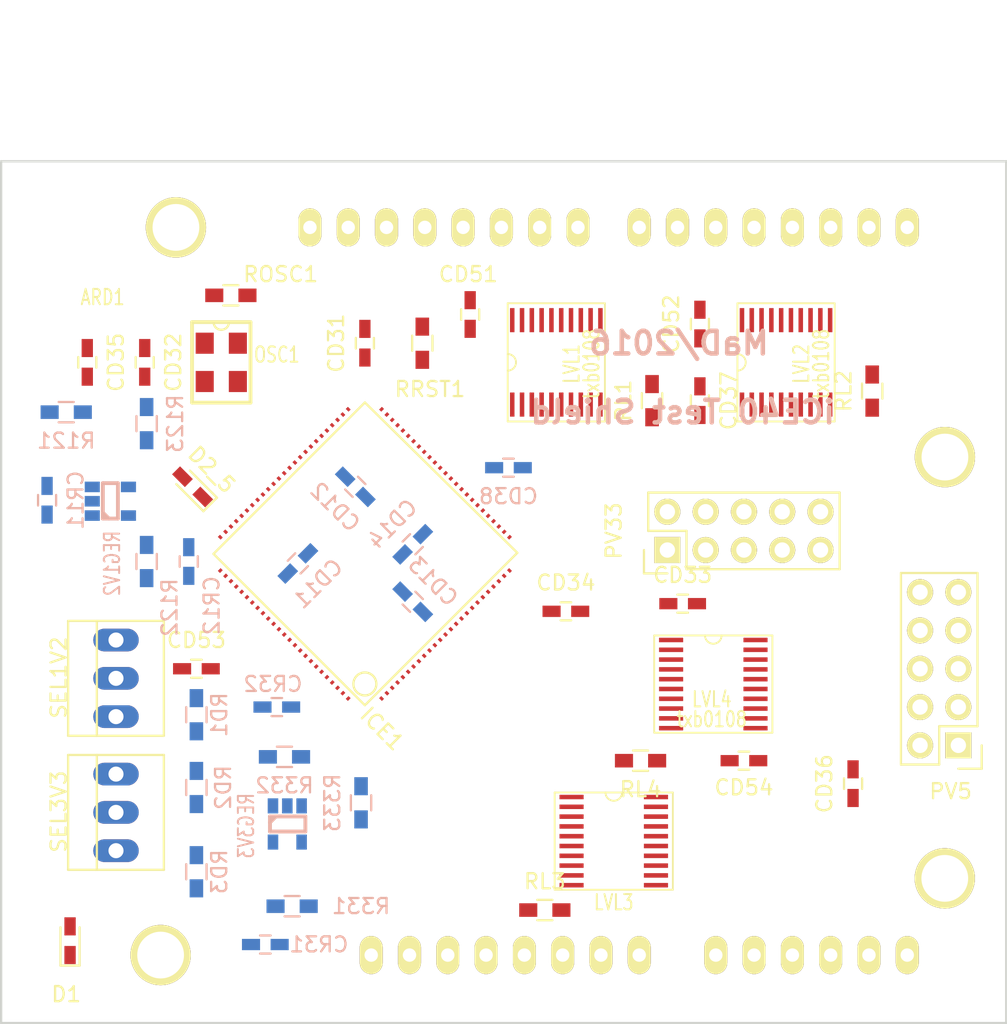
<source format=kicad_pcb>
(kicad_pcb (version 4) (host pcbnew 4.0.2+dfsg1-2~bpo8+1-stable)

  (general
    (links 188)
    (no_connects 188)
    (area 123.114999 93.269999 189.940001 150.570001)
    (thickness 1.6)
    (drawings 7)
    (tracks 0)
    (zones 0)
    (modules 50)
    (nets 134)
  )

  (page A4)
  (layers
    (0 F.Cu signal)
    (31 B.Cu signal)
    (34 B.Paste user)
    (35 F.Paste user)
    (36 B.SilkS user)
    (37 F.SilkS user)
    (38 B.Mask user)
    (39 F.Mask user)
    (40 Dwgs.User user)
    (44 Edge.Cuts user)
  )

  (setup
    (last_trace_width 0.2)
    (trace_clearance 0.152)
    (zone_clearance 0.508)
    (zone_45_only no)
    (trace_min 0.152)
    (segment_width 0.2)
    (edge_width 0.15)
    (via_size 0.6)
    (via_drill 0.4)
    (via_min_size 0.5)
    (via_min_drill 0.33)
    (uvia_size 0.3)
    (uvia_drill 0.1)
    (uvias_allowed no)
    (uvia_min_size 0.2)
    (uvia_min_drill 0.1)
    (pcb_text_width 0.3)
    (pcb_text_size 1.5 1.5)
    (mod_edge_width 0.15)
    (mod_text_size 1 1)
    (mod_text_width 0.15)
    (pad_size 1.524 1.524)
    (pad_drill 0.762)
    (pad_to_mask_clearance 0.2)
    (aux_axis_origin 0 0)
    (visible_elements FFFFFF7F)
    (pcbplotparams
      (layerselection 0x00030_80000001)
      (usegerberextensions false)
      (excludeedgelayer true)
      (linewidth 0.100000)
      (plotframeref false)
      (viasonmask false)
      (mode 1)
      (useauxorigin false)
      (hpglpennumber 1)
      (hpglpenspeed 20)
      (hpglpendiameter 15)
      (hpglpenoverlay 2)
      (psnegative false)
      (psa4output false)
      (plotreference true)
      (plotvalue true)
      (plotinvisibletext false)
      (padsonsilk false)
      (subtractmaskfromsilk false)
      (outputformat 1)
      (mirror false)
      (drillshape 1)
      (scaleselection 1)
      (outputdirectory ""))
  )

  (net 0 "")
  (net 1 GND)
  (net 2 +3V3)
  (net 3 +5V)
  (net 4 "Net-(LVL3-Pad8)")
  (net 5 "Net-(LVL3-Pad9)")
  (net 6 "Net-(LVL3-Pad13)")
  (net 7 "Net-(LVL3-Pad12)")
  (net 8 "Net-(ARD1-Pad15)")
  (net 9 "Net-(ARD1-Pad16)")
  (net 10 "Net-(ARD1-Pad17)")
  (net 11 "Net-(ARD1-Pad18)")
  (net 12 "Net-(ARD1-Pad19)")
  (net 13 "Net-(ARD1-Pad20)")
  (net 14 "/Arduino Shield/aD6")
  (net 15 "/Arduino Shield/aD7")
  (net 16 "/Arduino Shield/aD8")
  (net 17 "/Arduino Shield/aD9")
  (net 18 "/Arduino Shield/aMOSI")
  (net 19 "/Arduino Shield/aMISO")
  (net 20 "/Arduino Shield/aSCK")
  (net 21 "Net-(ARD1-Pad30)")
  (net 22 "Net-(ARD1-Pad1)")
  (net 23 "Net-(ARD1-Pad2)")
  (net 24 "Net-(ARD1-Pad3)")
  (net 25 "/Arduino Shield/a3V3")
  (net 26 "Net-(ARD1-Pad8)")
  (net 27 "Net-(ARD1-Pad9)")
  (net 28 "Net-(ARD1-Pad10)")
  (net 29 "Net-(ARD1-Pad11)")
  (net 30 "Net-(ARD1-Pad12)")
  (net 31 "Net-(ARD1-Pad13)")
  (net 32 "Net-(ARD1-Pad14)")
  (net 33 VCC)
  (net 34 "Net-(D2_5-Pad1)")
  (net 35 "Net-(ICE1-Pad76)")
  (net 36 "/Arduino Shield/LOG_L2E")
  (net 37 "Net-(ICE1-Pad12)")
  (net 38 "Net-(ICE1-Pad13)")
  (net 39 "Net-(ICE1-Pad15)")
  (net 40 "Net-(ICE1-Pad16)")
  (net 41 "/Arduino Shield/DIG4")
  (net 42 "/Arduino Shield/DIG2")
  (net 43 "Net-(ICE1-Pad29)")
  (net 44 "Net-(ICE1-Pad30)")
  (net 45 "/Arduino Shield/DIG3")
  (net 46 "/Arduino Shield/DIG5")
  (net 47 "Net-(ICE1-Pad36)")
  (net 48 "/Arduino Shield/DIG6")
  (net 49 "Net-(ICE1-Pad40)")
  (net 50 "Net-(ICE1-Pad42)")
  (net 51 "/Arduino Shield/ICE_CDONE")
  (net 52 "/Arduino Shield/ICE_RST")
  (net 53 "/Arduino Shield/MISO")
  (net 54 "/Arduino Shield/MOSI")
  (net 55 "/Arduino Shield/SCK")
  (net 56 "/Arduino Shield/ICE_SS")
  (net 57 "Net-(ICE1-Pad54)")
  (net 58 "Net-(ICE1-Pad56)")
  (net 59 "Net-(ICE1-Pad57)")
  (net 60 "Net-(ICE1-Pad59)")
  (net 61 "Net-(ICE1-Pad60)")
  (net 62 "/Arduino Shield/DIG10")
  (net 63 /FPGA/CLK)
  (net 64 "Net-(ICE1-Pad64)")
  (net 65 "Net-(ICE1-Pad65)")
  (net 66 "Net-(ICE1-Pad66)")
  (net 67 "Net-(ICE1-Pad68)")
  (net 68 "Net-(ICE1-Pad69)")
  (net 69 "Net-(ICE1-Pad71)")
  (net 70 "Net-(ICE1-Pad72)")
  (net 71 "Net-(ICE1-Pad73)")
  (net 72 "Net-(ICE1-Pad74)")
  (net 73 "Net-(ICE1-Pad78)")
  (net 74 "Net-(ICE1-Pad79)")
  (net 75 "Net-(ICE1-Pad80)")
  (net 76 "Net-(ICE1-Pad81)")
  (net 77 "Net-(ICE1-Pad82)")
  (net 78 "/Arduino Shield/LOG_L3E")
  (net 79 "Net-(ICE1-Pad85)")
  (net 80 "/Arduino Shield/ANA0")
  (net 81 "/Arduino Shield/ANA1")
  (net 82 "/Arduino Shield/ANA2")
  (net 83 "/Arduino Shield/ANA3")
  (net 84 "/Arduino Shield/ANA4")
  (net 85 "/Arduino Shield/ANA5")
  (net 86 "Net-(ICE1-Pad97)")
  (net 87 "Net-(ICE1-Pad99)")
  (net 88 "Net-(ICE1-Pad100)")
  (net 89 "Net-(LVL1-Pad10)")
  (net 90 "/Arduino Shield/aD10")
  (net 91 "Net-(LVL2-Pad3)")
  (net 92 "Net-(LVL2-Pad5)")
  (net 93 "Net-(LVL2-Pad7)")
  (net 94 "Net-(LVL2-Pad9)")
  (net 95 "Net-(LVL2-Pad18)")
  (net 96 "Net-(LVL2-Pad16)")
  (net 97 "Net-(LVL2-Pad14)")
  (net 98 "Net-(LVL2-Pad12)")
  (net 99 "Net-(LVL4-Pad20)")
  (net 100 "Net-(LVL4-Pad18)")
  (net 101 "Net-(OSC1-Pad1)")
  (net 102 "Net-(R121-Pad2)")
  (net 103 "Net-(R122-Pad2)")
  (net 104 "Net-(R331-Pad2)")
  (net 105 "Net-(R332-Pad2)")
  (net 106 /FPGA/D5+)
  (net 107 /FPGA/D5-)
  (net 108 /FPGA/D1+)
  (net 109 /FPGA/D1-)
  (net 110 /FPGA/D2+)
  (net 111 /FPGA/D2-)
  (net 112 /FPGA/D3+)
  (net 113 /FPGA/D3-)
  (net 114 /FPGA/D8+)
  (net 115 /FPGA/D8-)
  (net 116 /FPGA/D10+)
  (net 117 /FPGA/D10-)
  (net 118 /FPGA/D12+)
  (net 119 /FPGA/D12-)
  (net 120 /FPGA/xD3-)
  (net 121 /FPGA/xD3+)
  (net 122 /FPGA/xD2-)
  (net 123 /FPGA/xD2+)
  (net 124 /FPGA/xD1-)
  (net 125 /FPGA/xD1+)
  (net 126 /r3V3)
  (net 127 /iVcc)
  (net 128 "Net-(ICE1-Pad62)")
  (net 129 "Net-(ICE1-Pad86)")
  (net 130 "Net-(ICE1-Pad83)")
  (net 131 "Net-(D1-Pad2)")
  (net 132 "Net-(RD1-Pad2)")
  (net 133 "Net-(RD2-Pad2)")

  (net_class Default "This is the default net class."
    (clearance 0.152)
    (trace_width 0.2)
    (via_dia 0.6)
    (via_drill 0.4)
    (uvia_dia 0.3)
    (uvia_drill 0.1)
    (add_net +3V3)
    (add_net "/Arduino Shield/ANA0")
    (add_net "/Arduino Shield/ANA1")
    (add_net "/Arduino Shield/ANA2")
    (add_net "/Arduino Shield/ANA3")
    (add_net "/Arduino Shield/ANA4")
    (add_net "/Arduino Shield/ANA5")
    (add_net "/Arduino Shield/DIG10")
    (add_net "/Arduino Shield/DIG2")
    (add_net "/Arduino Shield/DIG3")
    (add_net "/Arduino Shield/DIG4")
    (add_net "/Arduino Shield/DIG5")
    (add_net "/Arduino Shield/DIG6")
    (add_net "/Arduino Shield/ICE_CDONE")
    (add_net "/Arduino Shield/ICE_RST")
    (add_net "/Arduino Shield/ICE_SS")
    (add_net "/Arduino Shield/LOG_L2E")
    (add_net "/Arduino Shield/LOG_L3E")
    (add_net "/Arduino Shield/MISO")
    (add_net "/Arduino Shield/MOSI")
    (add_net "/Arduino Shield/SCK")
    (add_net "/Arduino Shield/aD10")
    (add_net "/Arduino Shield/aD6")
    (add_net "/Arduino Shield/aD7")
    (add_net "/Arduino Shield/aD8")
    (add_net "/Arduino Shield/aD9")
    (add_net "/Arduino Shield/aMISO")
    (add_net "/Arduino Shield/aMOSI")
    (add_net "/Arduino Shield/aSCK")
    (add_net /FPGA/CLK)
    (add_net /FPGA/D1+)
    (add_net /FPGA/D1-)
    (add_net /FPGA/D10+)
    (add_net /FPGA/D10-)
    (add_net /FPGA/D12+)
    (add_net /FPGA/D12-)
    (add_net /FPGA/D2+)
    (add_net /FPGA/D2-)
    (add_net /FPGA/D3+)
    (add_net /FPGA/D3-)
    (add_net /FPGA/D5+)
    (add_net /FPGA/D5-)
    (add_net /FPGA/D8+)
    (add_net /FPGA/D8-)
    (add_net /FPGA/xD1+)
    (add_net /FPGA/xD1-)
    (add_net /FPGA/xD2+)
    (add_net /FPGA/xD2-)
    (add_net /FPGA/xD3+)
    (add_net /FPGA/xD3-)
    (add_net GND)
    (add_net "Net-(ARD1-Pad1)")
    (add_net "Net-(ARD1-Pad10)")
    (add_net "Net-(ARD1-Pad11)")
    (add_net "Net-(ARD1-Pad12)")
    (add_net "Net-(ARD1-Pad13)")
    (add_net "Net-(ARD1-Pad14)")
    (add_net "Net-(ARD1-Pad15)")
    (add_net "Net-(ARD1-Pad16)")
    (add_net "Net-(ARD1-Pad17)")
    (add_net "Net-(ARD1-Pad18)")
    (add_net "Net-(ARD1-Pad19)")
    (add_net "Net-(ARD1-Pad2)")
    (add_net "Net-(ARD1-Pad20)")
    (add_net "Net-(ARD1-Pad3)")
    (add_net "Net-(ARD1-Pad30)")
    (add_net "Net-(ARD1-Pad8)")
    (add_net "Net-(ARD1-Pad9)")
    (add_net "Net-(D1-Pad2)")
    (add_net "Net-(D2_5-Pad1)")
    (add_net "Net-(ICE1-Pad100)")
    (add_net "Net-(ICE1-Pad12)")
    (add_net "Net-(ICE1-Pad13)")
    (add_net "Net-(ICE1-Pad15)")
    (add_net "Net-(ICE1-Pad16)")
    (add_net "Net-(ICE1-Pad29)")
    (add_net "Net-(ICE1-Pad30)")
    (add_net "Net-(ICE1-Pad36)")
    (add_net "Net-(ICE1-Pad40)")
    (add_net "Net-(ICE1-Pad42)")
    (add_net "Net-(ICE1-Pad54)")
    (add_net "Net-(ICE1-Pad56)")
    (add_net "Net-(ICE1-Pad57)")
    (add_net "Net-(ICE1-Pad59)")
    (add_net "Net-(ICE1-Pad60)")
    (add_net "Net-(ICE1-Pad62)")
    (add_net "Net-(ICE1-Pad64)")
    (add_net "Net-(ICE1-Pad65)")
    (add_net "Net-(ICE1-Pad66)")
    (add_net "Net-(ICE1-Pad68)")
    (add_net "Net-(ICE1-Pad69)")
    (add_net "Net-(ICE1-Pad71)")
    (add_net "Net-(ICE1-Pad72)")
    (add_net "Net-(ICE1-Pad73)")
    (add_net "Net-(ICE1-Pad74)")
    (add_net "Net-(ICE1-Pad76)")
    (add_net "Net-(ICE1-Pad78)")
    (add_net "Net-(ICE1-Pad79)")
    (add_net "Net-(ICE1-Pad80)")
    (add_net "Net-(ICE1-Pad81)")
    (add_net "Net-(ICE1-Pad82)")
    (add_net "Net-(ICE1-Pad83)")
    (add_net "Net-(ICE1-Pad85)")
    (add_net "Net-(ICE1-Pad86)")
    (add_net "Net-(ICE1-Pad97)")
    (add_net "Net-(ICE1-Pad99)")
    (add_net "Net-(LVL1-Pad10)")
    (add_net "Net-(LVL2-Pad12)")
    (add_net "Net-(LVL2-Pad14)")
    (add_net "Net-(LVL2-Pad16)")
    (add_net "Net-(LVL2-Pad18)")
    (add_net "Net-(LVL2-Pad3)")
    (add_net "Net-(LVL2-Pad5)")
    (add_net "Net-(LVL2-Pad7)")
    (add_net "Net-(LVL2-Pad9)")
    (add_net "Net-(LVL3-Pad12)")
    (add_net "Net-(LVL3-Pad13)")
    (add_net "Net-(LVL3-Pad8)")
    (add_net "Net-(LVL3-Pad9)")
    (add_net "Net-(LVL4-Pad18)")
    (add_net "Net-(LVL4-Pad20)")
    (add_net "Net-(OSC1-Pad1)")
    (add_net "Net-(R121-Pad2)")
    (add_net "Net-(R122-Pad2)")
    (add_net "Net-(R331-Pad2)")
    (add_net "Net-(R332-Pad2)")
    (add_net "Net-(RD1-Pad2)")
    (add_net "Net-(RD2-Pad2)")
    (add_net VCC)
  )

  (net_class Power ""
    (clearance 0.2)
    (trace_width 0.5)
    (via_dia 0.8)
    (via_drill 0.5)
    (uvia_dia 0.3)
    (uvia_drill 0.1)
    (add_net +5V)
    (add_net "/Arduino Shield/a3V3")
    (add_net /iVcc)
    (add_net /r3V3)
  )

  (module local:PSO_20 (layer F.Cu) (tedit 578BFDBD) (tstamp 578AFC8D)
    (at 163.83 138.43)
    (path /578B7A7B/578B7F41)
    (fp_text reference LVL3 (at 0 4.064) (layer F.SilkS)
      (effects (font (size 1.016 0.762) (thickness 0.127)))
    )
    (fp_text value txb0108 (at -0.1016 2.3368) (layer F.SilkS) hide
      (effects (font (size 1.016 0.762) (thickness 0.127)))
    )
    (fp_line (start -3.919982 -3.224784) (end -3.919982 3.224784) (layer F.SilkS) (width 0.119888))
    (fp_line (start -3.919982 3.224784) (end 3.919982 3.224784) (layer F.SilkS) (width 0.119888))
    (fp_line (start 3.919982 3.224784) (end 3.919982 -3.224784) (layer F.SilkS) (width 0.119888))
    (fp_line (start 3.919982 -3.224784) (end -3.919982 -3.224784) (layer F.SilkS) (width 0.119888))
    (fp_arc (start 0 -3.224784) (end -0.549783 -3.224784) (angle -180) (layer F.SilkS) (width 0.119888))
    (pad 1 smd rect (at -2.799842 -2.92481) (size 1.599946 0.299974) (layers F.Cu F.Paste F.Mask)
      (net 85 "/Arduino Shield/ANA5") (solder_mask_margin 0.069977) (clearance 0.139954))
    (pad 2 smd rect (at -2.799842 -2.274824) (size 1.599946 0.299974) (layers F.Cu F.Paste F.Mask)
      (net 2 +3V3) (solder_mask_margin 0.069977) (clearance 0.139954))
    (pad 3 smd rect (at -2.799842 -1.624838) (size 1.599946 0.299974) (layers F.Cu F.Paste F.Mask)
      (net 84 "/Arduino Shield/ANA4") (solder_mask_margin 0.069977) (clearance 0.139954))
    (pad 4 smd rect (at -2.799842 -0.974852) (size 1.599946 0.299974) (layers F.Cu F.Paste F.Mask)
      (net 83 "/Arduino Shield/ANA3") (solder_mask_margin 0.069977) (clearance 0.139954))
    (pad 5 smd rect (at -2.799842 -0.324866) (size 1.599946 0.299974) (layers F.Cu F.Paste F.Mask)
      (net 82 "/Arduino Shield/ANA2") (solder_mask_margin 0.069977) (clearance 0.139954))
    (pad 6 smd rect (at -2.799842 0.324866) (size 1.599946 0.299974) (layers F.Cu F.Paste F.Mask)
      (net 81 "/Arduino Shield/ANA1") (solder_mask_margin 0.069977) (clearance 0.139954))
    (pad 7 smd rect (at -2.799842 0.974852) (size 1.599946 0.299974) (layers F.Cu F.Paste F.Mask)
      (net 80 "/Arduino Shield/ANA0") (solder_mask_margin 0.069977) (clearance 0.139954))
    (pad 8 smd rect (at -2.799842 1.624838) (size 1.599946 0.299974) (layers F.Cu F.Paste F.Mask)
      (net 4 "Net-(LVL3-Pad8)") (solder_mask_margin 0.069977) (clearance 0.139954))
    (pad 9 smd rect (at -2.799842 2.274824) (size 1.599946 0.299974) (layers F.Cu F.Paste F.Mask)
      (net 5 "Net-(LVL3-Pad9)") (solder_mask_margin 0.069977) (clearance 0.139954))
    (pad 10 smd rect (at -2.799842 2.92481) (size 1.599946 0.299974) (layers F.Cu F.Paste F.Mask)
      (net 78 "/Arduino Shield/LOG_L3E") (solder_mask_margin 0.069977) (clearance 0.139954))
    (pad 20 smd rect (at 2.799842 -2.92481) (size 1.599946 0.299974) (layers F.Cu F.Paste F.Mask)
      (net 32 "Net-(ARD1-Pad14)") (solder_mask_margin 0.069977) (clearance 0.139954))
    (pad 19 smd rect (at 2.799842 -2.274824) (size 1.599946 0.299974) (layers F.Cu F.Paste F.Mask)
      (net 3 +5V) (solder_mask_margin 0.069977) (clearance 0.139954))
    (pad 18 smd rect (at 2.799842 -1.624838) (size 1.599946 0.299974) (layers F.Cu F.Paste F.Mask)
      (net 31 "Net-(ARD1-Pad13)") (solder_mask_margin 0.069977) (clearance 0.139954))
    (pad 17 smd rect (at 2.799842 -0.974852) (size 1.599946 0.299974) (layers F.Cu F.Paste F.Mask)
      (net 30 "Net-(ARD1-Pad12)") (solder_mask_margin 0.069977) (clearance 0.139954))
    (pad 16 smd rect (at 2.799842 -0.324866) (size 1.599946 0.299974) (layers F.Cu F.Paste F.Mask)
      (net 29 "Net-(ARD1-Pad11)") (solder_mask_margin 0.069977) (clearance 0.139954))
    (pad 15 smd rect (at 2.799842 0.324866) (size 1.599946 0.299974) (layers F.Cu F.Paste F.Mask)
      (net 28 "Net-(ARD1-Pad10)") (solder_mask_margin 0.069977) (clearance 0.139954))
    (pad 14 smd rect (at 2.799842 0.974852) (size 1.599946 0.299974) (layers F.Cu F.Paste F.Mask)
      (net 27 "Net-(ARD1-Pad9)") (solder_mask_margin 0.069977) (clearance 0.139954))
    (pad 13 smd rect (at 2.799842 1.624838) (size 1.599946 0.299974) (layers F.Cu F.Paste F.Mask)
      (net 6 "Net-(LVL3-Pad13)") (solder_mask_margin 0.069977) (clearance 0.139954))
    (pad 12 smd rect (at 2.799842 2.274824) (size 1.599946 0.299974) (layers F.Cu F.Paste F.Mask)
      (net 7 "Net-(LVL3-Pad12)") (solder_mask_margin 0.069977) (clearance 0.139954))
    (pad 11 smd rect (at 2.799842 2.92481) (size 1.599946 0.299974) (layers F.Cu F.Paste F.Mask)
      (net 1 GND) (solder_mask_margin 0.069977) (clearance 0.139954))
  )

  (module local:D_0603_HandSoldering (layer F.Cu) (tedit 578C06B3) (tstamp 578BC0C6)
    (at 135.89 114.935 135)
    (descr "Diode SMD 0603, hand soldering")
    (tags "diode 0603")
    (path /578B79D7/578C4EF4)
    (attr smd)
    (fp_text reference D2_5 (at -0.089803 1.706249 135) (layer F.SilkS)
      (effects (font (size 1 1) (thickness 0.15)))
    )
    (fp_text value D_Schottky_Small (at 0 1.9 135) (layer F.Fab) hide
      (effects (font (size 1 1) (thickness 0.15)))
    )
    (fp_line (start 0.889 -0.635) (end -1.651 -0.635) (layer F.SilkS) (width 0.15))
    (fp_line (start -1.651 -0.635) (end -1.651 0.635) (layer F.SilkS) (width 0.15))
    (fp_line (start -1.651 0.635) (end 0.889 0.635) (layer F.SilkS) (width 0.15))
    (fp_line (start -1.85 -0.75) (end 1.85 -0.75) (layer F.CrtYd) (width 0.05))
    (fp_line (start -1.85 0.75) (end 1.85 0.75) (layer F.CrtYd) (width 0.05))
    (fp_line (start -1.85 -0.75) (end -1.85 0.75) (layer F.CrtYd) (width 0.05))
    (fp_line (start 1.85 -0.75) (end 1.85 0.75) (layer F.CrtYd) (width 0.05))
    (pad 1 smd rect (at -0.95 0 135) (size 1.2 0.75) (layers F.Cu F.Paste F.Mask)
      (net 34 "Net-(D2_5-Pad1)"))
    (pad 2 smd rect (at 0.95 0 135) (size 1.2 0.75) (layers F.Cu F.Paste F.Mask)
      (net 2 +3V3))
    (model Capacitors_SMD.3dshapes/C_0603_HandSoldering.wrl
      (at (xyz 0 0 0))
      (scale (xyz 1 1 1))
      (rotate (xyz 0 0 0))
    )
  )

  (module local:PSO_20 (layer F.Cu) (tedit 0) (tstamp 578BC146)
    (at 160.02 106.68 90)
    (path /578B7A7B/578B7F64)
    (fp_text reference LVL1 (at -0.1016 1.016 90) (layer F.SilkS)
      (effects (font (size 1.016 0.762) (thickness 0.127)))
    )
    (fp_text value txb0108 (at -0.1016 2.3368 90) (layer F.SilkS)
      (effects (font (size 1.016 0.762) (thickness 0.127)))
    )
    (fp_line (start -3.919982 -3.224784) (end -3.919982 3.224784) (layer F.SilkS) (width 0.119888))
    (fp_line (start -3.919982 3.224784) (end 3.919982 3.224784) (layer F.SilkS) (width 0.119888))
    (fp_line (start 3.919982 3.224784) (end 3.919982 -3.224784) (layer F.SilkS) (width 0.119888))
    (fp_line (start 3.919982 -3.224784) (end -3.919982 -3.224784) (layer F.SilkS) (width 0.119888))
    (fp_arc (start 0 -3.224784) (end -0.549783 -3.224784) (angle -180) (layer F.SilkS) (width 0.119888))
    (pad 1 smd rect (at -2.799842 -2.92481 90) (size 1.599946 0.299974) (layers F.Cu F.Paste F.Mask)
      (net 48 "/Arduino Shield/DIG6") (solder_mask_margin 0.069977) (clearance 0.139954))
    (pad 2 smd rect (at -2.799842 -2.274824 90) (size 1.599946 0.299974) (layers F.Cu F.Paste F.Mask)
      (net 2 +3V3) (solder_mask_margin 0.069977) (clearance 0.139954))
    (pad 3 smd rect (at -2.799842 -1.624838 90) (size 1.599946 0.299974) (layers F.Cu F.Paste F.Mask)
      (net 56 "/Arduino Shield/ICE_SS") (solder_mask_margin 0.069977) (clearance 0.139954))
    (pad 4 smd rect (at -2.799842 -0.974852 90) (size 1.599946 0.299974) (layers F.Cu F.Paste F.Mask)
      (net 55 "/Arduino Shield/SCK") (solder_mask_margin 0.069977) (clearance 0.139954))
    (pad 5 smd rect (at -2.799842 -0.324866 90) (size 1.599946 0.299974) (layers F.Cu F.Paste F.Mask)
      (net 54 "/Arduino Shield/MOSI") (solder_mask_margin 0.069977) (clearance 0.139954))
    (pad 6 smd rect (at -2.799842 0.324866 90) (size 1.599946 0.299974) (layers F.Cu F.Paste F.Mask)
      (net 53 "/Arduino Shield/MISO") (solder_mask_margin 0.069977) (clearance 0.139954))
    (pad 7 smd rect (at -2.799842 0.974852 90) (size 1.599946 0.299974) (layers F.Cu F.Paste F.Mask)
      (net 52 "/Arduino Shield/ICE_RST") (solder_mask_margin 0.069977) (clearance 0.139954))
    (pad 8 smd rect (at -2.799842 1.624838 90) (size 1.599946 0.299974) (layers F.Cu F.Paste F.Mask)
      (net 51 "/Arduino Shield/ICE_CDONE") (solder_mask_margin 0.069977) (clearance 0.139954))
    (pad 9 smd rect (at -2.799842 2.274824 90) (size 1.599946 0.299974) (layers F.Cu F.Paste F.Mask)
      (net 62 "/Arduino Shield/DIG10") (solder_mask_margin 0.069977) (clearance 0.139954))
    (pad 10 smd rect (at -2.799842 2.92481 90) (size 1.599946 0.299974) (layers F.Cu F.Paste F.Mask)
      (net 89 "Net-(LVL1-Pad10)") (solder_mask_margin 0.069977) (clearance 0.139954))
    (pad 20 smd rect (at 2.799842 -2.92481 90) (size 1.599946 0.299974) (layers F.Cu F.Paste F.Mask)
      (net 14 "/Arduino Shield/aD6") (solder_mask_margin 0.069977) (clearance 0.139954))
    (pad 19 smd rect (at 2.799842 -2.274824 90) (size 1.599946 0.299974) (layers F.Cu F.Paste F.Mask)
      (net 3 +5V) (solder_mask_margin 0.069977) (clearance 0.139954))
    (pad 18 smd rect (at 2.799842 -1.624838 90) (size 1.599946 0.299974) (layers F.Cu F.Paste F.Mask)
      (net 15 "/Arduino Shield/aD7") (solder_mask_margin 0.069977) (clearance 0.139954))
    (pad 17 smd rect (at 2.799842 -0.974852 90) (size 1.599946 0.299974) (layers F.Cu F.Paste F.Mask)
      (net 20 "/Arduino Shield/aSCK") (solder_mask_margin 0.069977) (clearance 0.139954))
    (pad 16 smd rect (at 2.799842 -0.324866 90) (size 1.599946 0.299974) (layers F.Cu F.Paste F.Mask)
      (net 18 "/Arduino Shield/aMOSI") (solder_mask_margin 0.069977) (clearance 0.139954))
    (pad 15 smd rect (at 2.799842 0.324866 90) (size 1.599946 0.299974) (layers F.Cu F.Paste F.Mask)
      (net 19 "/Arduino Shield/aMISO") (solder_mask_margin 0.069977) (clearance 0.139954))
    (pad 14 smd rect (at 2.799842 0.974852 90) (size 1.599946 0.299974) (layers F.Cu F.Paste F.Mask)
      (net 16 "/Arduino Shield/aD8") (solder_mask_margin 0.069977) (clearance 0.139954))
    (pad 13 smd rect (at 2.799842 1.624838 90) (size 1.599946 0.299974) (layers F.Cu F.Paste F.Mask)
      (net 17 "/Arduino Shield/aD9") (solder_mask_margin 0.069977) (clearance 0.139954))
    (pad 12 smd rect (at 2.799842 2.274824 90) (size 1.599946 0.299974) (layers F.Cu F.Paste F.Mask)
      (net 90 "/Arduino Shield/aD10") (solder_mask_margin 0.069977) (clearance 0.139954))
    (pad 11 smd rect (at 2.799842 2.92481 90) (size 1.599946 0.299974) (layers F.Cu F.Paste F.Mask)
      (net 1 GND) (solder_mask_margin 0.069977) (clearance 0.139954))
  )

  (module local:PSO_20 (layer F.Cu) (tedit 0) (tstamp 578BC15E)
    (at 175.26 106.68 90)
    (path /578B7A7B/578B7F6B)
    (fp_text reference LVL2 (at -0.1016 1.016 90) (layer F.SilkS)
      (effects (font (size 1.016 0.762) (thickness 0.127)))
    )
    (fp_text value txb0108 (at -0.1016 2.3368 90) (layer F.SilkS)
      (effects (font (size 1.016 0.762) (thickness 0.127)))
    )
    (fp_line (start -3.919982 -3.224784) (end -3.919982 3.224784) (layer F.SilkS) (width 0.119888))
    (fp_line (start -3.919982 3.224784) (end 3.919982 3.224784) (layer F.SilkS) (width 0.119888))
    (fp_line (start 3.919982 3.224784) (end 3.919982 -3.224784) (layer F.SilkS) (width 0.119888))
    (fp_line (start 3.919982 -3.224784) (end -3.919982 -3.224784) (layer F.SilkS) (width 0.119888))
    (fp_arc (start 0 -3.224784) (end -0.549783 -3.224784) (angle -180) (layer F.SilkS) (width 0.119888))
    (pad 1 smd rect (at -2.799842 -2.92481 90) (size 1.599946 0.299974) (layers F.Cu F.Paste F.Mask)
      (net 46 "/Arduino Shield/DIG5") (solder_mask_margin 0.069977) (clearance 0.139954))
    (pad 2 smd rect (at -2.799842 -2.274824 90) (size 1.599946 0.299974) (layers F.Cu F.Paste F.Mask)
      (net 2 +3V3) (solder_mask_margin 0.069977) (clearance 0.139954))
    (pad 3 smd rect (at -2.799842 -1.624838 90) (size 1.599946 0.299974) (layers F.Cu F.Paste F.Mask)
      (net 91 "Net-(LVL2-Pad3)") (solder_mask_margin 0.069977) (clearance 0.139954))
    (pad 4 smd rect (at -2.799842 -0.974852 90) (size 1.599946 0.299974) (layers F.Cu F.Paste F.Mask)
      (net 41 "/Arduino Shield/DIG4") (solder_mask_margin 0.069977) (clearance 0.139954))
    (pad 5 smd rect (at -2.799842 -0.324866 90) (size 1.599946 0.299974) (layers F.Cu F.Paste F.Mask)
      (net 92 "Net-(LVL2-Pad5)") (solder_mask_margin 0.069977) (clearance 0.139954))
    (pad 6 smd rect (at -2.799842 0.324866 90) (size 1.599946 0.299974) (layers F.Cu F.Paste F.Mask)
      (net 45 "/Arduino Shield/DIG3") (solder_mask_margin 0.069977) (clearance 0.139954))
    (pad 7 smd rect (at -2.799842 0.974852 90) (size 1.599946 0.299974) (layers F.Cu F.Paste F.Mask)
      (net 93 "Net-(LVL2-Pad7)") (solder_mask_margin 0.069977) (clearance 0.139954))
    (pad 8 smd rect (at -2.799842 1.624838 90) (size 1.599946 0.299974) (layers F.Cu F.Paste F.Mask)
      (net 42 "/Arduino Shield/DIG2") (solder_mask_margin 0.069977) (clearance 0.139954))
    (pad 9 smd rect (at -2.799842 2.274824 90) (size 1.599946 0.299974) (layers F.Cu F.Paste F.Mask)
      (net 94 "Net-(LVL2-Pad9)") (solder_mask_margin 0.069977) (clearance 0.139954))
    (pad 10 smd rect (at -2.799842 2.92481 90) (size 1.599946 0.299974) (layers F.Cu F.Paste F.Mask)
      (net 36 "/Arduino Shield/LOG_L2E") (solder_mask_margin 0.069977) (clearance 0.139954))
    (pad 20 smd rect (at 2.799842 -2.92481 90) (size 1.599946 0.299974) (layers F.Cu F.Paste F.Mask)
      (net 13 "Net-(ARD1-Pad20)") (solder_mask_margin 0.069977) (clearance 0.139954))
    (pad 19 smd rect (at 2.799842 -2.274824 90) (size 1.599946 0.299974) (layers F.Cu F.Paste F.Mask)
      (net 3 +5V) (solder_mask_margin 0.069977) (clearance 0.139954))
    (pad 18 smd rect (at 2.799842 -1.624838 90) (size 1.599946 0.299974) (layers F.Cu F.Paste F.Mask)
      (net 95 "Net-(LVL2-Pad18)") (solder_mask_margin 0.069977) (clearance 0.139954))
    (pad 17 smd rect (at 2.799842 -0.974852 90) (size 1.599946 0.299974) (layers F.Cu F.Paste F.Mask)
      (net 12 "Net-(ARD1-Pad19)") (solder_mask_margin 0.069977) (clearance 0.139954))
    (pad 16 smd rect (at 2.799842 -0.324866 90) (size 1.599946 0.299974) (layers F.Cu F.Paste F.Mask)
      (net 96 "Net-(LVL2-Pad16)") (solder_mask_margin 0.069977) (clearance 0.139954))
    (pad 15 smd rect (at 2.799842 0.324866 90) (size 1.599946 0.299974) (layers F.Cu F.Paste F.Mask)
      (net 11 "Net-(ARD1-Pad18)") (solder_mask_margin 0.069977) (clearance 0.139954))
    (pad 14 smd rect (at 2.799842 0.974852 90) (size 1.599946 0.299974) (layers F.Cu F.Paste F.Mask)
      (net 97 "Net-(LVL2-Pad14)") (solder_mask_margin 0.069977) (clearance 0.139954))
    (pad 13 smd rect (at 2.799842 1.624838 90) (size 1.599946 0.299974) (layers F.Cu F.Paste F.Mask)
      (net 10 "Net-(ARD1-Pad17)") (solder_mask_margin 0.069977) (clearance 0.139954))
    (pad 12 smd rect (at 2.799842 2.274824 90) (size 1.599946 0.299974) (layers F.Cu F.Paste F.Mask)
      (net 98 "Net-(LVL2-Pad12)") (solder_mask_margin 0.069977) (clearance 0.139954))
    (pad 11 smd rect (at 2.799842 2.92481 90) (size 1.599946 0.299974) (layers F.Cu F.Paste F.Mask)
      (net 1 GND) (solder_mask_margin 0.069977) (clearance 0.139954))
  )

  (module local:PSO_20 (layer F.Cu) (tedit 0) (tstamp 578BC176)
    (at 170.434 128.016)
    (path /578B79D7/578BB91A)
    (fp_text reference LVL4 (at -0.1016 1.016) (layer F.SilkS)
      (effects (font (size 1.016 0.762) (thickness 0.127)))
    )
    (fp_text value txb0108 (at -0.1016 2.3368) (layer F.SilkS)
      (effects (font (size 1.016 0.762) (thickness 0.127)))
    )
    (fp_line (start -3.919982 -3.224784) (end -3.919982 3.224784) (layer F.SilkS) (width 0.119888))
    (fp_line (start -3.919982 3.224784) (end 3.919982 3.224784) (layer F.SilkS) (width 0.119888))
    (fp_line (start 3.919982 3.224784) (end 3.919982 -3.224784) (layer F.SilkS) (width 0.119888))
    (fp_line (start 3.919982 -3.224784) (end -3.919982 -3.224784) (layer F.SilkS) (width 0.119888))
    (fp_arc (start 0 -3.224784) (end -0.549783 -3.224784) (angle -180) (layer F.SilkS) (width 0.119888))
    (pad 1 smd rect (at -2.799842 -2.92481) (size 1.599946 0.299974) (layers F.Cu F.Paste F.Mask)
      (net 39 "Net-(ICE1-Pad15)") (solder_mask_margin 0.069977) (clearance 0.139954))
    (pad 2 smd rect (at -2.799842 -2.274824) (size 1.599946 0.299974) (layers F.Cu F.Paste F.Mask)
      (net 2 +3V3) (solder_mask_margin 0.069977) (clearance 0.139954))
    (pad 3 smd rect (at -2.799842 -1.624838) (size 1.599946 0.299974) (layers F.Cu F.Paste F.Mask)
      (net 38 "Net-(ICE1-Pad13)") (solder_mask_margin 0.069977) (clearance 0.139954))
    (pad 4 smd rect (at -2.799842 -0.974852) (size 1.599946 0.299974) (layers F.Cu F.Paste F.Mask)
      (net 113 /FPGA/D3-) (solder_mask_margin 0.069977) (clearance 0.139954))
    (pad 5 smd rect (at -2.799842 -0.324866) (size 1.599946 0.299974) (layers F.Cu F.Paste F.Mask)
      (net 112 /FPGA/D3+) (solder_mask_margin 0.069977) (clearance 0.139954))
    (pad 6 smd rect (at -2.799842 0.324866) (size 1.599946 0.299974) (layers F.Cu F.Paste F.Mask)
      (net 111 /FPGA/D2-) (solder_mask_margin 0.069977) (clearance 0.139954))
    (pad 7 smd rect (at -2.799842 0.974852) (size 1.599946 0.299974) (layers F.Cu F.Paste F.Mask)
      (net 110 /FPGA/D2+) (solder_mask_margin 0.069977) (clearance 0.139954))
    (pad 8 smd rect (at -2.799842 1.624838) (size 1.599946 0.299974) (layers F.Cu F.Paste F.Mask)
      (net 109 /FPGA/D1-) (solder_mask_margin 0.069977) (clearance 0.139954))
    (pad 9 smd rect (at -2.799842 2.274824) (size 1.599946 0.299974) (layers F.Cu F.Paste F.Mask)
      (net 108 /FPGA/D1+) (solder_mask_margin 0.069977) (clearance 0.139954))
    (pad 10 smd rect (at -2.799842 2.92481) (size 1.599946 0.299974) (layers F.Cu F.Paste F.Mask)
      (net 88 "Net-(ICE1-Pad100)") (solder_mask_margin 0.069977) (clearance 0.139954))
    (pad 20 smd rect (at 2.799842 -2.92481) (size 1.599946 0.299974) (layers F.Cu F.Paste F.Mask)
      (net 99 "Net-(LVL4-Pad20)") (solder_mask_margin 0.069977) (clearance 0.139954))
    (pad 19 smd rect (at 2.799842 -2.274824) (size 1.599946 0.299974) (layers F.Cu F.Paste F.Mask)
      (net 3 +5V) (solder_mask_margin 0.069977) (clearance 0.139954))
    (pad 18 smd rect (at 2.799842 -1.624838) (size 1.599946 0.299974) (layers F.Cu F.Paste F.Mask)
      (net 100 "Net-(LVL4-Pad18)") (solder_mask_margin 0.069977) (clearance 0.139954))
    (pad 17 smd rect (at 2.799842 -0.974852) (size 1.599946 0.299974) (layers F.Cu F.Paste F.Mask)
      (net 120 /FPGA/xD3-) (solder_mask_margin 0.069977) (clearance 0.139954))
    (pad 16 smd rect (at 2.799842 -0.324866) (size 1.599946 0.299974) (layers F.Cu F.Paste F.Mask)
      (net 121 /FPGA/xD3+) (solder_mask_margin 0.069977) (clearance 0.139954))
    (pad 15 smd rect (at 2.799842 0.324866) (size 1.599946 0.299974) (layers F.Cu F.Paste F.Mask)
      (net 122 /FPGA/xD2-) (solder_mask_margin 0.069977) (clearance 0.139954))
    (pad 14 smd rect (at 2.799842 0.974852) (size 1.599946 0.299974) (layers F.Cu F.Paste F.Mask)
      (net 123 /FPGA/xD2+) (solder_mask_margin 0.069977) (clearance 0.139954))
    (pad 13 smd rect (at 2.799842 1.624838) (size 1.599946 0.299974) (layers F.Cu F.Paste F.Mask)
      (net 124 /FPGA/xD1-) (solder_mask_margin 0.069977) (clearance 0.139954))
    (pad 12 smd rect (at 2.799842 2.274824) (size 1.599946 0.299974) (layers F.Cu F.Paste F.Mask)
      (net 125 /FPGA/xD1+) (solder_mask_margin 0.069977) (clearance 0.139954))
    (pad 11 smd rect (at 2.799842 2.92481) (size 1.599946 0.299974) (layers F.Cu F.Paste F.Mask)
      (net 1 GND) (solder_mask_margin 0.069977) (clearance 0.139954))
  )

  (module local:OSC_SMD_1 (layer F.Cu) (tedit 578BE86B) (tstamp 578BC17E)
    (at 137.795 106.68)
    (tags oscillator)
    (path /578B79D7/578BAE07)
    (fp_text reference OSC1 (at 3.683 -0.508) (layer F.SilkS)
      (effects (font (size 1.016 0.762) (thickness 0.127)))
    )
    (fp_text value oscillator4 (at 3.683 1.143) (layer F.SilkS) hide
      (effects (font (size 1.016 0.762) (thickness 0.127)))
    )
    (fp_arc (start 0 -2.667) (end 0.508 -2.667) (angle 180) (layer F.SilkS) (width 0.15))
    (fp_line (start -1.939798 -2.669794) (end -1.939798 2.669794) (layer F.SilkS) (width 0.249936))
    (fp_line (start -1.939798 2.669794) (end 1.939798 2.669794) (layer F.SilkS) (width 0.249936))
    (fp_line (start 1.939798 2.669794) (end 1.939798 -2.669794) (layer F.SilkS) (width 0.249936))
    (fp_line (start 1.939798 -2.669794) (end -1.939798 -2.669794) (layer F.SilkS) (width 0.249936))
    (pad 1 smd rect (at -1.09982 -1.269873 270) (size 1.399794 1.199896) (layers F.Cu F.Paste F.Mask)
      (net 101 "Net-(OSC1-Pad1)") (solder_mask_margin 0.050038) (clearance 0.07493))
    (pad 2 smd rect (at -1.09982 1.269873 270) (size 1.399794 1.199896) (layers F.Cu F.Paste F.Mask)
      (net 1 GND) (solder_mask_margin 0.050038) (clearance 0.07493))
    (pad 4 smd rect (at 1.09982 -1.269873 270) (size 1.399794 1.199896) (layers F.Cu F.Paste F.Mask)
      (net 2 +3V3) (solder_mask_margin 0.050038) (clearance 0.07493))
    (pad 3 smd rect (at 1.09982 1.269873 270) (size 1.399794 1.199896) (layers F.Cu F.Paste F.Mask)
      (net 63 /FPGA/CLK) (solder_mask_margin 0.050038) (clearance 0.07493))
  )

  (module Pin_Headers:Pin_Header_Straight_2x05 (layer F.Cu) (tedit 578BF962) (tstamp 578BC198)
    (at 186.69 132.08 180)
    (descr "Through hole pin header")
    (tags "pin header")
    (path /578B79D7/578BBE7C)
    (fp_text reference PV5 (at 0.508 -3.048 180) (layer F.SilkS)
      (effects (font (size 1 1) (thickness 0.15)))
    )
    (fp_text value CONN_02X05 (at 0 -3.1 180) (layer F.Fab) hide
      (effects (font (size 1 1) (thickness 0.15)))
    )
    (fp_line (start -1.75 -1.75) (end -1.75 11.95) (layer F.CrtYd) (width 0.05))
    (fp_line (start 4.3 -1.75) (end 4.3 11.95) (layer F.CrtYd) (width 0.05))
    (fp_line (start -1.75 -1.75) (end 4.3 -1.75) (layer F.CrtYd) (width 0.05))
    (fp_line (start -1.75 11.95) (end 4.3 11.95) (layer F.CrtYd) (width 0.05))
    (fp_line (start 3.81 -1.27) (end 3.81 11.43) (layer F.SilkS) (width 0.15))
    (fp_line (start 3.81 11.43) (end -1.27 11.43) (layer F.SilkS) (width 0.15))
    (fp_line (start -1.27 11.43) (end -1.27 1.27) (layer F.SilkS) (width 0.15))
    (fp_line (start 3.81 -1.27) (end 1.27 -1.27) (layer F.SilkS) (width 0.15))
    (fp_line (start 0 -1.55) (end -1.55 -1.55) (layer F.SilkS) (width 0.15))
    (fp_line (start 1.27 -1.27) (end 1.27 1.27) (layer F.SilkS) (width 0.15))
    (fp_line (start 1.27 1.27) (end -1.27 1.27) (layer F.SilkS) (width 0.15))
    (fp_line (start -1.55 -1.55) (end -1.55 0) (layer F.SilkS) (width 0.15))
    (pad 1 thru_hole rect (at 0 0 180) (size 1.7272 1.7272) (drill 1.016) (layers *.Cu *.Mask F.SilkS)
      (net 1 GND))
    (pad 2 thru_hole oval (at 2.54 0 180) (size 1.7272 1.7272) (drill 1.016) (layers *.Cu *.Mask F.SilkS)
      (net 3 +5V))
    (pad 3 thru_hole oval (at 0 2.54 180) (size 1.7272 1.7272) (drill 1.016) (layers *.Cu *.Mask F.SilkS)
      (net 125 /FPGA/xD1+))
    (pad 4 thru_hole oval (at 2.54 2.54 180) (size 1.7272 1.7272) (drill 1.016) (layers *.Cu *.Mask F.SilkS)
      (net 124 /FPGA/xD1-))
    (pad 5 thru_hole oval (at 0 5.08 180) (size 1.7272 1.7272) (drill 1.016) (layers *.Cu *.Mask F.SilkS)
      (net 123 /FPGA/xD2+))
    (pad 6 thru_hole oval (at 2.54 5.08 180) (size 1.7272 1.7272) (drill 1.016) (layers *.Cu *.Mask F.SilkS)
      (net 122 /FPGA/xD2-))
    (pad 7 thru_hole oval (at 0 7.62 180) (size 1.7272 1.7272) (drill 1.016) (layers *.Cu *.Mask F.SilkS)
      (net 121 /FPGA/xD3+))
    (pad 8 thru_hole oval (at 2.54 7.62 180) (size 1.7272 1.7272) (drill 1.016) (layers *.Cu *.Mask F.SilkS)
      (net 120 /FPGA/xD3-))
    (pad 9 thru_hole oval (at 0 10.16 180) (size 1.7272 1.7272) (drill 1.016) (layers *.Cu *.Mask F.SilkS)
      (net 100 "Net-(LVL4-Pad18)"))
    (pad 10 thru_hole oval (at 2.54 10.16 180) (size 1.7272 1.7272) (drill 1.016) (layers *.Cu *.Mask F.SilkS)
      (net 99 "Net-(LVL4-Pad20)"))
    (model Pin_Headers.3dshapes/Pin_Header_Straight_2x05.wrl
      (at (xyz 0.05 -0.2 0))
      (scale (xyz 1 1 1))
      (rotate (xyz 0 0 90))
    )
  )

  (module Pin_Headers:Pin_Header_Straight_2x05 (layer F.Cu) (tedit 578BF95F) (tstamp 578BC1A6)
    (at 167.386 119.126 90)
    (descr "Through hole pin header")
    (tags "pin header")
    (path /578B79D7/578BBED5)
    (fp_text reference PV33 (at 1.27 -3.556 90) (layer F.SilkS)
      (effects (font (size 1 1) (thickness 0.15)))
    )
    (fp_text value CONN_02X05 (at 0 -3.1 90) (layer F.Fab) hide
      (effects (font (size 1 1) (thickness 0.15)))
    )
    (fp_line (start -1.75 -1.75) (end -1.75 11.95) (layer F.CrtYd) (width 0.05))
    (fp_line (start 4.3 -1.75) (end 4.3 11.95) (layer F.CrtYd) (width 0.05))
    (fp_line (start -1.75 -1.75) (end 4.3 -1.75) (layer F.CrtYd) (width 0.05))
    (fp_line (start -1.75 11.95) (end 4.3 11.95) (layer F.CrtYd) (width 0.05))
    (fp_line (start 3.81 -1.27) (end 3.81 11.43) (layer F.SilkS) (width 0.15))
    (fp_line (start 3.81 11.43) (end -1.27 11.43) (layer F.SilkS) (width 0.15))
    (fp_line (start -1.27 11.43) (end -1.27 1.27) (layer F.SilkS) (width 0.15))
    (fp_line (start 3.81 -1.27) (end 1.27 -1.27) (layer F.SilkS) (width 0.15))
    (fp_line (start 0 -1.55) (end -1.55 -1.55) (layer F.SilkS) (width 0.15))
    (fp_line (start 1.27 -1.27) (end 1.27 1.27) (layer F.SilkS) (width 0.15))
    (fp_line (start 1.27 1.27) (end -1.27 1.27) (layer F.SilkS) (width 0.15))
    (fp_line (start -1.55 -1.55) (end -1.55 0) (layer F.SilkS) (width 0.15))
    (pad 1 thru_hole rect (at 0 0 90) (size 1.7272 1.7272) (drill 1.016) (layers *.Cu *.Mask F.SilkS)
      (net 1 GND))
    (pad 2 thru_hole oval (at 2.54 0 90) (size 1.7272 1.7272) (drill 1.016) (layers *.Cu *.Mask F.SilkS)
      (net 2 +3V3))
    (pad 3 thru_hole oval (at 0 2.54 90) (size 1.7272 1.7272) (drill 1.016) (layers *.Cu *.Mask F.SilkS)
      (net 118 /FPGA/D12+))
    (pad 4 thru_hole oval (at 2.54 2.54 90) (size 1.7272 1.7272) (drill 1.016) (layers *.Cu *.Mask F.SilkS)
      (net 119 /FPGA/D12-))
    (pad 5 thru_hole oval (at 0 5.08 90) (size 1.7272 1.7272) (drill 1.016) (layers *.Cu *.Mask F.SilkS)
      (net 116 /FPGA/D10+))
    (pad 6 thru_hole oval (at 2.54 5.08 90) (size 1.7272 1.7272) (drill 1.016) (layers *.Cu *.Mask F.SilkS)
      (net 117 /FPGA/D10-))
    (pad 7 thru_hole oval (at 0 7.62 90) (size 1.7272 1.7272) (drill 1.016) (layers *.Cu *.Mask F.SilkS)
      (net 114 /FPGA/D8+))
    (pad 8 thru_hole oval (at 2.54 7.62 90) (size 1.7272 1.7272) (drill 1.016) (layers *.Cu *.Mask F.SilkS)
      (net 115 /FPGA/D8-))
    (pad 9 thru_hole oval (at 0 10.16 90) (size 1.7272 1.7272) (drill 1.016) (layers *.Cu *.Mask F.SilkS)
      (net 106 /FPGA/D5+))
    (pad 10 thru_hole oval (at 2.54 10.16 90) (size 1.7272 1.7272) (drill 1.016) (layers *.Cu *.Mask F.SilkS)
      (net 107 /FPGA/D5-))
    (model Pin_Headers.3dshapes/Pin_Header_Straight_2x05.wrl
      (at (xyz 0.05 -0.2 0))
      (scale (xyz 1 1 1))
      (rotate (xyz 0 0 90))
    )
  )

  (module local:SOT23-5 (layer B.Cu) (tedit 578BE221) (tstamp 578BC1D3)
    (at 129.286 116.84 270)
    (path /578BA143)
    (fp_text reference REG1V2 (at 3.175 -1.27 270) (layer B.SilkS)
      (effects (font (size 1.016 0.762) (thickness 0.127)) (justify mirror))
    )
    (fp_text value regulator5 (at 3.81 -2.54 270) (layer B.SilkS) hide
      (effects (font (size 1.016 0.762) (thickness 0.127)) (justify mirror))
    )
    (fp_line (start -2.15011 -0.649986) (end 0.199898 -0.649986) (layer B.SilkS) (width 0.254))
    (fp_line (start 0.199898 -0.649986) (end 0.199898 -1.649984) (layer B.SilkS) (width 0.254))
    (fp_line (start 0.199898 -1.649984) (end -2.15011 -1.649984) (layer B.SilkS) (width 0.254))
    (fp_line (start -2.15011 -1.649984) (end -2.15011 -0.649986) (layer B.SilkS) (width 0.254))
    (fp_line (start -0.199898 -0.649986) (end 0.199898 -1.050036) (layer B.SilkS) (width 0.254))
    (pad 1 smd rect (at 0 0.049911) (size 0.999998 0.700024) (layers B.Cu B.Paste B.Mask)
      (net 127 /iVcc) (solder_mask_margin 0.0508) (clearance 0.249936))
    (pad 2 smd rect (at -0.94996 0.049911) (size 0.999998 0.700024) (layers B.Cu B.Paste B.Mask)
      (net 1 GND) (solder_mask_margin 0.0508) (clearance 0.249936))
    (pad 3 smd rect (at -1.89992 0.049911) (size 0.999998 0.700024) (layers B.Cu B.Paste B.Mask)
      (net 102 "Net-(R121-Pad2)") (solder_mask_margin 0.0508) (clearance 0.249936))
    (pad 4 smd rect (at -1.89992 -2.350008) (size 1.000252 0.700024) (layers B.Cu B.Paste B.Mask)
      (net 103 "Net-(R122-Pad2)") (solder_mask_margin 0.0508) (clearance 0.249936))
    (pad 5 smd rect (at 0 -2.350008) (size 1.000252 0.700024) (layers B.Cu B.Paste B.Mask)
      (net 33 VCC) (solder_mask_margin 0.0508) (clearance 0.249936))
  )

  (module local:SOT23-5 (layer B.Cu) (tedit 578BE823) (tstamp 578BC1DC)
    (at 141.224 136.144 180)
    (path /578B921B)
    (fp_text reference REG3V3 (at 1.778 -1.27 450) (layer B.SilkS)
      (effects (font (size 1.016 0.762) (thickness 0.127)) (justify mirror))
    )
    (fp_text value regulator5 (at 2.286 -2.413 180) (layer B.SilkS) hide
      (effects (font (size 1.016 0.762) (thickness 0.127)) (justify mirror))
    )
    (fp_line (start -2.15011 -0.649986) (end 0.199898 -0.649986) (layer B.SilkS) (width 0.254))
    (fp_line (start 0.199898 -0.649986) (end 0.199898 -1.649984) (layer B.SilkS) (width 0.254))
    (fp_line (start 0.199898 -1.649984) (end -2.15011 -1.649984) (layer B.SilkS) (width 0.254))
    (fp_line (start -2.15011 -1.649984) (end -2.15011 -0.649986) (layer B.SilkS) (width 0.254))
    (fp_line (start -0.199898 -0.649986) (end 0.199898 -1.050036) (layer B.SilkS) (width 0.254))
    (pad 1 smd rect (at 0 0.049911 270) (size 0.999998 0.700024) (layers B.Cu B.Paste B.Mask)
      (net 3 +5V) (solder_mask_margin 0.0508) (clearance 0.249936))
    (pad 2 smd rect (at -0.94996 0.049911 270) (size 0.999998 0.700024) (layers B.Cu B.Paste B.Mask)
      (net 1 GND) (solder_mask_margin 0.0508) (clearance 0.249936))
    (pad 3 smd rect (at -1.89992 0.049911 270) (size 0.999998 0.700024) (layers B.Cu B.Paste B.Mask)
      (net 104 "Net-(R331-Pad2)") (solder_mask_margin 0.0508) (clearance 0.249936))
    (pad 4 smd rect (at -1.89992 -2.350008 270) (size 1.000252 0.700024) (layers B.Cu B.Paste B.Mask)
      (net 105 "Net-(R332-Pad2)") (solder_mask_margin 0.0508) (clearance 0.249936))
    (pad 5 smd rect (at 0 -2.350008 270) (size 1.000252 0.700024) (layers B.Cu B.Paste B.Mask)
      (net 126 /r3V3) (solder_mask_margin 0.0508) (clearance 0.249936))
  )

  (module Connect:PINHEAD1-3 (layer F.Cu) (tedit 578BE80F) (tstamp 578BC207)
    (at 130.81 127.635 90)
    (path /578BA561)
    (attr virtual)
    (fp_text reference SEL1V2 (at 0.05 -3.8 90) (layer F.SilkS)
      (effects (font (size 1 1) (thickness 0.15)))
    )
    (fp_text value JUMPER (at 0 3.81 90) (layer F.Fab) hide
      (effects (font (size 1 1) (thickness 0.15)))
    )
    (fp_line (start -3.81 -3.175) (end -3.81 3.175) (layer F.SilkS) (width 0.15))
    (fp_line (start 3.81 -3.175) (end 3.81 3.175) (layer F.SilkS) (width 0.15))
    (fp_line (start 3.81 -1.27) (end -3.81 -1.27) (layer F.SilkS) (width 0.15))
    (fp_line (start -3.81 -3.175) (end 3.81 -3.175) (layer F.SilkS) (width 0.15))
    (fp_line (start 3.81 3.175) (end -3.81 3.175) (layer F.SilkS) (width 0.15))
    (pad 1 thru_hole oval (at -2.54 0 90) (size 1.50622 3.01498) (drill 0.99822) (layers *.Cu *.Mask)
      (net 3 +5V))
    (pad 2 thru_hole oval (at 0 0 90) (size 1.50622 3.01498) (drill 0.99822) (layers *.Cu *.Mask)
      (net 127 /iVcc))
    (pad 3 thru_hole oval (at 2.54 0 90) (size 1.50622 3.01498) (drill 0.99822) (layers *.Cu *.Mask)
      (net 2 +3V3))
  )

  (module Connect:PINHEAD1-3 (layer F.Cu) (tedit 578BE815) (tstamp 578BC20E)
    (at 130.81 136.525 90)
    (path /578B8877)
    (attr virtual)
    (fp_text reference SEL3V3 (at 0.05 -3.8 90) (layer F.SilkS)
      (effects (font (size 1 1) (thickness 0.15)))
    )
    (fp_text value JUMPER (at 0 3.81 90) (layer F.Fab) hide
      (effects (font (size 1 1) (thickness 0.15)))
    )
    (fp_line (start -3.81 -3.175) (end -3.81 3.175) (layer F.SilkS) (width 0.15))
    (fp_line (start 3.81 -3.175) (end 3.81 3.175) (layer F.SilkS) (width 0.15))
    (fp_line (start 3.81 -1.27) (end -3.81 -1.27) (layer F.SilkS) (width 0.15))
    (fp_line (start -3.81 -3.175) (end 3.81 -3.175) (layer F.SilkS) (width 0.15))
    (fp_line (start 3.81 3.175) (end -3.81 3.175) (layer F.SilkS) (width 0.15))
    (pad 1 thru_hole oval (at -2.54 0 90) (size 1.50622 3.01498) (drill 0.99822) (layers *.Cu *.Mask)
      (net 25 "/Arduino Shield/a3V3"))
    (pad 2 thru_hole oval (at 0 0 90) (size 1.50622 3.01498) (drill 0.99822) (layers *.Cu *.Mask)
      (net 2 +3V3))
    (pad 3 thru_hole oval (at 2.54 0 90) (size 1.50622 3.01498) (drill 0.99822) (layers *.Cu *.Mask)
      (net 126 /r3V3))
  )

  (module Capacitors_SMD:C_0603_HandSoldering (layer F.Cu) (tedit 578C0F08) (tstamp 578BC096)
    (at 154.305 103.505 90)
    (descr "Capacitor SMD 0603, hand soldering")
    (tags "capacitor 0603")
    (path /578C53CD)
    (attr smd)
    (fp_text reference CD51 (at 2.667 -0.127 180) (layer F.SilkS)
      (effects (font (size 1 1) (thickness 0.15)))
    )
    (fp_text value 0.1u (at -3.175 0.635 90) (layer F.Fab)
      (effects (font (size 1 1) (thickness 0.15)))
    )
    (fp_line (start -1.85 -0.75) (end 1.85 -0.75) (layer F.CrtYd) (width 0.05))
    (fp_line (start -1.85 0.75) (end 1.85 0.75) (layer F.CrtYd) (width 0.05))
    (fp_line (start -1.85 -0.75) (end -1.85 0.75) (layer F.CrtYd) (width 0.05))
    (fp_line (start 1.85 -0.75) (end 1.85 0.75) (layer F.CrtYd) (width 0.05))
    (fp_line (start -0.35 -0.6) (end 0.35 -0.6) (layer F.SilkS) (width 0.15))
    (fp_line (start 0.35 0.6) (end -0.35 0.6) (layer F.SilkS) (width 0.15))
    (pad 1 smd rect (at -0.95 0 90) (size 1.2 0.75) (layers F.Cu F.Paste F.Mask)
      (net 3 +5V))
    (pad 2 smd rect (at 0.95 0 90) (size 1.2 0.75) (layers F.Cu F.Paste F.Mask)
      (net 1 GND))
    (model Capacitors_SMD.3dshapes/C_0603_HandSoldering.wrl
      (at (xyz 0 0 0))
      (scale (xyz 1 1 1))
      (rotate (xyz 0 0 0))
    )
  )

  (module Capacitors_SMD:C_0603_HandSoldering (layer F.Cu) (tedit 578C0EE9) (tstamp 578BC066)
    (at 147.32 105.41 90)
    (descr "Capacitor SMD 0603, hand soldering")
    (tags "capacitor 0603")
    (path /578C3801)
    (attr smd)
    (fp_text reference CD31 (at 0 -1.9 90) (layer F.SilkS)
      (effects (font (size 1 1) (thickness 0.15)))
    )
    (fp_text value 0.1u (at 3.556 -0.254 90) (layer F.Fab)
      (effects (font (size 1 1) (thickness 0.15)))
    )
    (fp_line (start -1.85 -0.75) (end 1.85 -0.75) (layer F.CrtYd) (width 0.05))
    (fp_line (start -1.85 0.75) (end 1.85 0.75) (layer F.CrtYd) (width 0.05))
    (fp_line (start -1.85 -0.75) (end -1.85 0.75) (layer F.CrtYd) (width 0.05))
    (fp_line (start 1.85 -0.75) (end 1.85 0.75) (layer F.CrtYd) (width 0.05))
    (fp_line (start -0.35 -0.6) (end 0.35 -0.6) (layer F.SilkS) (width 0.15))
    (fp_line (start 0.35 0.6) (end -0.35 0.6) (layer F.SilkS) (width 0.15))
    (pad 1 smd rect (at -0.95 0 90) (size 1.2 0.75) (layers F.Cu F.Paste F.Mask)
      (net 2 +3V3))
    (pad 2 smd rect (at 0.95 0 90) (size 1.2 0.75) (layers F.Cu F.Paste F.Mask)
      (net 1 GND))
    (model Capacitors_SMD.3dshapes/C_0603_HandSoldering.wrl
      (at (xyz 0 0 0))
      (scale (xyz 1 1 1))
      (rotate (xyz 0 0 0))
    )
  )

  (module Capacitors_SMD:C_0603_HandSoldering (layer F.Cu) (tedit 578C0D6F) (tstamp 578BC06C)
    (at 132.715 106.68 270)
    (descr "Capacitor SMD 0603, hand soldering")
    (tags "capacitor 0603")
    (path /578C402E)
    (attr smd)
    (fp_text reference CD32 (at 0 -1.9 270) (layer F.SilkS)
      (effects (font (size 1 1) (thickness 0.15)))
    )
    (fp_text value 0.1u (at -3.556 -0.127 270) (layer F.Fab)
      (effects (font (size 1 1) (thickness 0.15)))
    )
    (fp_line (start -1.85 -0.75) (end 1.85 -0.75) (layer F.CrtYd) (width 0.05))
    (fp_line (start -1.85 0.75) (end 1.85 0.75) (layer F.CrtYd) (width 0.05))
    (fp_line (start -1.85 -0.75) (end -1.85 0.75) (layer F.CrtYd) (width 0.05))
    (fp_line (start 1.85 -0.75) (end 1.85 0.75) (layer F.CrtYd) (width 0.05))
    (fp_line (start -0.35 -0.6) (end 0.35 -0.6) (layer F.SilkS) (width 0.15))
    (fp_line (start 0.35 0.6) (end -0.35 0.6) (layer F.SilkS) (width 0.15))
    (pad 1 smd rect (at -0.95 0 270) (size 1.2 0.75) (layers F.Cu F.Paste F.Mask)
      (net 2 +3V3))
    (pad 2 smd rect (at 0.95 0 270) (size 1.2 0.75) (layers F.Cu F.Paste F.Mask)
      (net 1 GND))
    (model Capacitors_SMD.3dshapes/C_0603_HandSoldering.wrl
      (at (xyz 0 0 0))
      (scale (xyz 1 1 1))
      (rotate (xyz 0 0 0))
    )
  )

  (module Capacitors_SMD:C_0603_HandSoldering (layer F.Cu) (tedit 541A9B4D) (tstamp 578BC07E)
    (at 128.905 106.68 270)
    (descr "Capacitor SMD 0603, hand soldering")
    (tags "capacitor 0603")
    (path /578C43BB)
    (attr smd)
    (fp_text reference CD35 (at 0 -1.9 270) (layer F.SilkS)
      (effects (font (size 1 1) (thickness 0.15)))
    )
    (fp_text value 0.1u (at 0 1.9 270) (layer F.Fab)
      (effects (font (size 1 1) (thickness 0.15)))
    )
    (fp_line (start -1.85 -0.75) (end 1.85 -0.75) (layer F.CrtYd) (width 0.05))
    (fp_line (start -1.85 0.75) (end 1.85 0.75) (layer F.CrtYd) (width 0.05))
    (fp_line (start -1.85 -0.75) (end -1.85 0.75) (layer F.CrtYd) (width 0.05))
    (fp_line (start 1.85 -0.75) (end 1.85 0.75) (layer F.CrtYd) (width 0.05))
    (fp_line (start -0.35 -0.6) (end 0.35 -0.6) (layer F.SilkS) (width 0.15))
    (fp_line (start 0.35 0.6) (end -0.35 0.6) (layer F.SilkS) (width 0.15))
    (pad 1 smd rect (at -0.95 0 270) (size 1.2 0.75) (layers F.Cu F.Paste F.Mask)
      (net 2 +3V3))
    (pad 2 smd rect (at 0.95 0 270) (size 1.2 0.75) (layers F.Cu F.Paste F.Mask)
      (net 1 GND))
    (model Capacitors_SMD.3dshapes/C_0603_HandSoldering.wrl
      (at (xyz 0 0 0))
      (scale (xyz 1 1 1))
      (rotate (xyz 0 0 0))
    )
  )

  (module Capacitors_SMD:C_0603_HandSoldering (layer B.Cu) (tedit 578C0D8A) (tstamp 578BC0AE)
    (at 126.238 115.824 90)
    (descr "Capacitor SMD 0603, hand soldering")
    (tags "capacitor 0603")
    (path /578C907F)
    (attr smd)
    (fp_text reference CR11 (at 0 1.9 90) (layer B.SilkS)
      (effects (font (size 1 1) (thickness 0.15)) (justify mirror))
    )
    (fp_text value 1u (at -3.175 -0.127 90) (layer B.Fab)
      (effects (font (size 1 1) (thickness 0.15)) (justify mirror))
    )
    (fp_line (start -1.85 0.75) (end 1.85 0.75) (layer B.CrtYd) (width 0.05))
    (fp_line (start -1.85 -0.75) (end 1.85 -0.75) (layer B.CrtYd) (width 0.05))
    (fp_line (start -1.85 0.75) (end -1.85 -0.75) (layer B.CrtYd) (width 0.05))
    (fp_line (start 1.85 0.75) (end 1.85 -0.75) (layer B.CrtYd) (width 0.05))
    (fp_line (start -0.35 0.6) (end 0.35 0.6) (layer B.SilkS) (width 0.15))
    (fp_line (start 0.35 -0.6) (end -0.35 -0.6) (layer B.SilkS) (width 0.15))
    (pad 1 smd rect (at -0.95 0 90) (size 1.2 0.75) (layers B.Cu B.Paste B.Mask)
      (net 127 /iVcc))
    (pad 2 smd rect (at 0.95 0 90) (size 1.2 0.75) (layers B.Cu B.Paste B.Mask)
      (net 1 GND))
    (model Capacitors_SMD.3dshapes/C_0603_HandSoldering.wrl
      (at (xyz 0 0 0))
      (scale (xyz 1 1 1))
      (rotate (xyz 0 0 0))
    )
  )

  (module Capacitors_SMD:C_0603_HandSoldering (layer B.Cu) (tedit 578C391A) (tstamp 578BC0B4)
    (at 135.636 119.888 90)
    (descr "Capacitor SMD 0603, hand soldering")
    (tags "capacitor 0603")
    (path /578CA5A2)
    (attr smd)
    (fp_text reference CR12 (at -2.921 1.524 90) (layer B.SilkS)
      (effects (font (size 1 1) (thickness 0.15)) (justify mirror))
    )
    (fp_text value 1u (at 3.175 -0.254 90) (layer B.Fab)
      (effects (font (size 1 1) (thickness 0.15)) (justify mirror))
    )
    (fp_line (start -1.85 0.75) (end 1.85 0.75) (layer B.CrtYd) (width 0.05))
    (fp_line (start -1.85 -0.75) (end 1.85 -0.75) (layer B.CrtYd) (width 0.05))
    (fp_line (start -1.85 0.75) (end -1.85 -0.75) (layer B.CrtYd) (width 0.05))
    (fp_line (start 1.85 0.75) (end 1.85 -0.75) (layer B.CrtYd) (width 0.05))
    (fp_line (start -0.35 0.6) (end 0.35 0.6) (layer B.SilkS) (width 0.15))
    (fp_line (start 0.35 -0.6) (end -0.35 -0.6) (layer B.SilkS) (width 0.15))
    (pad 1 smd rect (at -0.95 0 90) (size 1.2 0.75) (layers B.Cu B.Paste B.Mask)
      (net 33 VCC))
    (pad 2 smd rect (at 0.95 0 90) (size 1.2 0.75) (layers B.Cu B.Paste B.Mask)
      (net 1 GND))
    (model Capacitors_SMD.3dshapes/C_0603_HandSoldering.wrl
      (at (xyz 0 0 0))
      (scale (xyz 1 1 1))
      (rotate (xyz 0 0 0))
    )
  )

  (module Capacitors_SMD:C_0603_HandSoldering (layer B.Cu) (tedit 578C388B) (tstamp 578BC0C0)
    (at 141.478 129.54 180)
    (descr "Capacitor SMD 0603, hand soldering")
    (tags "capacitor 0603")
    (path /578C7CC3)
    (attr smd)
    (fp_text reference CR32 (at 0.254 1.524 180) (layer B.SilkS)
      (effects (font (size 1 1) (thickness 0.15)) (justify mirror))
    )
    (fp_text value 1u (at -3.683 -0.127 180) (layer B.Fab)
      (effects (font (size 1 1) (thickness 0.15)) (justify mirror))
    )
    (fp_line (start -1.85 0.75) (end 1.85 0.75) (layer B.CrtYd) (width 0.05))
    (fp_line (start -1.85 -0.75) (end 1.85 -0.75) (layer B.CrtYd) (width 0.05))
    (fp_line (start -1.85 0.75) (end -1.85 -0.75) (layer B.CrtYd) (width 0.05))
    (fp_line (start 1.85 0.75) (end 1.85 -0.75) (layer B.CrtYd) (width 0.05))
    (fp_line (start -0.35 0.6) (end 0.35 0.6) (layer B.SilkS) (width 0.15))
    (fp_line (start 0.35 -0.6) (end -0.35 -0.6) (layer B.SilkS) (width 0.15))
    (pad 1 smd rect (at -0.95 0 180) (size 1.2 0.75) (layers B.Cu B.Paste B.Mask)
      (net 1 GND))
    (pad 2 smd rect (at 0.95 0 180) (size 1.2 0.75) (layers B.Cu B.Paste B.Mask)
      (net 126 /r3V3))
    (model Capacitors_SMD.3dshapes/C_0603_HandSoldering.wrl
      (at (xyz 0 0 0))
      (scale (xyz 1 1 1))
      (rotate (xyz 0 0 0))
    )
  )

  (module Capacitors_SMD:C_0603_HandSoldering (layer B.Cu) (tedit 578C154B) (tstamp 578BC0BA)
    (at 140.716 145.288)
    (descr "Capacitor SMD 0603, hand soldering")
    (tags "capacitor 0603")
    (path /578C7176)
    (attr smd)
    (fp_text reference CR31 (at 3.556 0) (layer B.SilkS)
      (effects (font (size 1 1) (thickness 0.15)) (justify mirror))
    )
    (fp_text value 1u (at 0 -1.9) (layer B.Fab)
      (effects (font (size 1 1) (thickness 0.15)) (justify mirror))
    )
    (fp_line (start -1.85 0.75) (end 1.85 0.75) (layer B.CrtYd) (width 0.05))
    (fp_line (start -1.85 -0.75) (end 1.85 -0.75) (layer B.CrtYd) (width 0.05))
    (fp_line (start -1.85 0.75) (end -1.85 -0.75) (layer B.CrtYd) (width 0.05))
    (fp_line (start 1.85 0.75) (end 1.85 -0.75) (layer B.CrtYd) (width 0.05))
    (fp_line (start -0.35 0.6) (end 0.35 0.6) (layer B.SilkS) (width 0.15))
    (fp_line (start 0.35 -0.6) (end -0.35 -0.6) (layer B.SilkS) (width 0.15))
    (pad 1 smd rect (at -0.95 0) (size 1.2 0.75) (layers B.Cu B.Paste B.Mask)
      (net 3 +5V))
    (pad 2 smd rect (at 0.95 0) (size 1.2 0.75) (layers B.Cu B.Paste B.Mask)
      (net 1 GND))
    (model Capacitors_SMD.3dshapes/C_0603_HandSoldering.wrl
      (at (xyz 0 0 0))
      (scale (xyz 1 1 1))
      (rotate (xyz 0 0 0))
    )
  )

  (module Capacitors_SMD:C_0603_HandSoldering (layer B.Cu) (tedit 541A9B4D) (tstamp 578BC04E)
    (at 142.875 120.015 45)
    (descr "Capacitor SMD 0603, hand soldering")
    (tags "capacitor 0603")
    (path /578C0262)
    (attr smd)
    (fp_text reference CD11 (at 0 1.9 45) (layer B.SilkS)
      (effects (font (size 1 1) (thickness 0.15)) (justify mirror))
    )
    (fp_text value 0.1u (at 0 -1.9 45) (layer B.Fab)
      (effects (font (size 1 1) (thickness 0.15)) (justify mirror))
    )
    (fp_line (start -1.85 0.75) (end 1.85 0.75) (layer B.CrtYd) (width 0.05))
    (fp_line (start -1.85 -0.75) (end 1.85 -0.75) (layer B.CrtYd) (width 0.05))
    (fp_line (start -1.85 0.75) (end -1.85 -0.75) (layer B.CrtYd) (width 0.05))
    (fp_line (start 1.85 0.75) (end 1.85 -0.75) (layer B.CrtYd) (width 0.05))
    (fp_line (start -0.35 0.6) (end 0.35 0.6) (layer B.SilkS) (width 0.15))
    (fp_line (start 0.35 -0.6) (end -0.35 -0.6) (layer B.SilkS) (width 0.15))
    (pad 1 smd rect (at -0.95 0 45) (size 1.2 0.75) (layers B.Cu B.Paste B.Mask)
      (net 33 VCC))
    (pad 2 smd rect (at 0.95 0 45) (size 1.2 0.75) (layers B.Cu B.Paste B.Mask)
      (net 1 GND))
    (model Capacitors_SMD.3dshapes/C_0603_HandSoldering.wrl
      (at (xyz 0 0 0))
      (scale (xyz 1 1 1))
      (rotate (xyz 0 0 0))
    )
  )

  (module Capacitors_SMD:C_0603_HandSoldering (layer B.Cu) (tedit 541A9B4D) (tstamp 578BC05A)
    (at 150.495 122.555 135)
    (descr "Capacitor SMD 0603, hand soldering")
    (tags "capacitor 0603")
    (path /578C3273)
    (attr smd)
    (fp_text reference CD13 (at 0 1.9 135) (layer B.SilkS)
      (effects (font (size 1 1) (thickness 0.15)) (justify mirror))
    )
    (fp_text value 0.1u (at 0 -1.9 135) (layer B.Fab)
      (effects (font (size 1 1) (thickness 0.15)) (justify mirror))
    )
    (fp_line (start -1.85 0.75) (end 1.85 0.75) (layer B.CrtYd) (width 0.05))
    (fp_line (start -1.85 -0.75) (end 1.85 -0.75) (layer B.CrtYd) (width 0.05))
    (fp_line (start -1.85 0.75) (end -1.85 -0.75) (layer B.CrtYd) (width 0.05))
    (fp_line (start 1.85 0.75) (end 1.85 -0.75) (layer B.CrtYd) (width 0.05))
    (fp_line (start -0.35 0.6) (end 0.35 0.6) (layer B.SilkS) (width 0.15))
    (fp_line (start 0.35 -0.6) (end -0.35 -0.6) (layer B.SilkS) (width 0.15))
    (pad 1 smd rect (at -0.95 0 135) (size 1.2 0.75) (layers B.Cu B.Paste B.Mask)
      (net 33 VCC))
    (pad 2 smd rect (at 0.95 0 135) (size 1.2 0.75) (layers B.Cu B.Paste B.Mask)
      (net 1 GND))
    (model Capacitors_SMD.3dshapes/C_0603_HandSoldering.wrl
      (at (xyz 0 0 0))
      (scale (xyz 1 1 1))
      (rotate (xyz 0 0 0))
    )
  )

  (module Capacitors_SMD:C_0603_HandSoldering (layer B.Cu) (tedit 578C0DF7) (tstamp 578BC060)
    (at 150.495 118.745 225)
    (descr "Capacitor SMD 0603, hand soldering")
    (tags "capacitor 0603")
    (path /578C3285)
    (attr smd)
    (fp_text reference CD14 (at 0 1.9 225) (layer B.SilkS)
      (effects (font (size 1 1) (thickness 0.15)) (justify mirror))
    )
    (fp_text value 0.1u (at -2.334867 -1.796051 225) (layer B.Fab)
      (effects (font (size 1 1) (thickness 0.15)) (justify mirror))
    )
    (fp_line (start -1.85 0.75) (end 1.85 0.75) (layer B.CrtYd) (width 0.05))
    (fp_line (start -1.85 -0.75) (end 1.85 -0.75) (layer B.CrtYd) (width 0.05))
    (fp_line (start -1.85 0.75) (end -1.85 -0.75) (layer B.CrtYd) (width 0.05))
    (fp_line (start 1.85 0.75) (end 1.85 -0.75) (layer B.CrtYd) (width 0.05))
    (fp_line (start -0.35 0.6) (end 0.35 0.6) (layer B.SilkS) (width 0.15))
    (fp_line (start 0.35 -0.6) (end -0.35 -0.6) (layer B.SilkS) (width 0.15))
    (pad 1 smd rect (at -0.95 0 225) (size 1.2 0.75) (layers B.Cu B.Paste B.Mask)
      (net 33 VCC))
    (pad 2 smd rect (at 0.95 0 225) (size 1.2 0.75) (layers B.Cu B.Paste B.Mask)
      (net 1 GND))
    (model Capacitors_SMD.3dshapes/C_0603_HandSoldering.wrl
      (at (xyz 0 0 0))
      (scale (xyz 1 1 1))
      (rotate (xyz 0 0 0))
    )
  )

  (module Capacitors_SMD:C_0603_HandSoldering (layer B.Cu) (tedit 541A9B4D) (tstamp 578BC054)
    (at 146.685 114.935 315)
    (descr "Capacitor SMD 0603, hand soldering")
    (tags "capacitor 0603")
    (path /578C3177)
    (attr smd)
    (fp_text reference CD12 (at 0 1.9 315) (layer B.SilkS)
      (effects (font (size 1 1) (thickness 0.15)) (justify mirror))
    )
    (fp_text value 0.1u (at 0 -1.9 315) (layer B.Fab)
      (effects (font (size 1 1) (thickness 0.15)) (justify mirror))
    )
    (fp_line (start -1.85 0.75) (end 1.85 0.75) (layer B.CrtYd) (width 0.05))
    (fp_line (start -1.85 -0.75) (end 1.85 -0.75) (layer B.CrtYd) (width 0.05))
    (fp_line (start -1.85 0.75) (end -1.85 -0.75) (layer B.CrtYd) (width 0.05))
    (fp_line (start 1.85 0.75) (end 1.85 -0.75) (layer B.CrtYd) (width 0.05))
    (fp_line (start -0.35 0.6) (end 0.35 0.6) (layer B.SilkS) (width 0.15))
    (fp_line (start 0.35 -0.6) (end -0.35 -0.6) (layer B.SilkS) (width 0.15))
    (pad 1 smd rect (at -0.95 0 315) (size 1.2 0.75) (layers B.Cu B.Paste B.Mask)
      (net 33 VCC))
    (pad 2 smd rect (at 0.95 0 315) (size 1.2 0.75) (layers B.Cu B.Paste B.Mask)
      (net 1 GND))
    (model Capacitors_SMD.3dshapes/C_0603_HandSoldering.wrl
      (at (xyz 0 0 0))
      (scale (xyz 1 1 1))
      (rotate (xyz 0 0 0))
    )
  )

  (module Capacitors_SMD:C_0603_HandSoldering (layer F.Cu) (tedit 541A9B4D) (tstamp 578BC078)
    (at 160.655 123.19)
    (descr "Capacitor SMD 0603, hand soldering")
    (tags "capacitor 0603")
    (path /578C4140)
    (attr smd)
    (fp_text reference CD34 (at 0 -1.9) (layer F.SilkS)
      (effects (font (size 1 1) (thickness 0.15)))
    )
    (fp_text value 0.1u (at 0 1.9) (layer F.Fab)
      (effects (font (size 1 1) (thickness 0.15)))
    )
    (fp_line (start -1.85 -0.75) (end 1.85 -0.75) (layer F.CrtYd) (width 0.05))
    (fp_line (start -1.85 0.75) (end 1.85 0.75) (layer F.CrtYd) (width 0.05))
    (fp_line (start -1.85 -0.75) (end -1.85 0.75) (layer F.CrtYd) (width 0.05))
    (fp_line (start 1.85 -0.75) (end 1.85 0.75) (layer F.CrtYd) (width 0.05))
    (fp_line (start -0.35 -0.6) (end 0.35 -0.6) (layer F.SilkS) (width 0.15))
    (fp_line (start 0.35 0.6) (end -0.35 0.6) (layer F.SilkS) (width 0.15))
    (pad 1 smd rect (at -0.95 0) (size 1.2 0.75) (layers F.Cu F.Paste F.Mask)
      (net 2 +3V3))
    (pad 2 smd rect (at 0.95 0) (size 1.2 0.75) (layers F.Cu F.Paste F.Mask)
      (net 1 GND))
    (model Capacitors_SMD.3dshapes/C_0603_HandSoldering.wrl
      (at (xyz 0 0 0))
      (scale (xyz 1 1 1))
      (rotate (xyz 0 0 0))
    )
  )

  (module Capacitors_SMD:C_0603_HandSoldering (layer F.Cu) (tedit 578C1534) (tstamp 578BC072)
    (at 168.402 122.682)
    (descr "Capacitor SMD 0603, hand soldering")
    (tags "capacitor 0603")
    (path /578C412E)
    (attr smd)
    (fp_text reference CD33 (at 0 -1.9) (layer F.SilkS)
      (effects (font (size 1 1) (thickness 0.15)))
    )
    (fp_text value 0.1u (at 4.064 0) (layer F.Fab)
      (effects (font (size 1 1) (thickness 0.15)))
    )
    (fp_line (start -1.85 -0.75) (end 1.85 -0.75) (layer F.CrtYd) (width 0.05))
    (fp_line (start -1.85 0.75) (end 1.85 0.75) (layer F.CrtYd) (width 0.05))
    (fp_line (start -1.85 -0.75) (end -1.85 0.75) (layer F.CrtYd) (width 0.05))
    (fp_line (start 1.85 -0.75) (end 1.85 0.75) (layer F.CrtYd) (width 0.05))
    (fp_line (start -0.35 -0.6) (end 0.35 -0.6) (layer F.SilkS) (width 0.15))
    (fp_line (start 0.35 0.6) (end -0.35 0.6) (layer F.SilkS) (width 0.15))
    (pad 1 smd rect (at -0.95 0) (size 1.2 0.75) (layers F.Cu F.Paste F.Mask)
      (net 2 +3V3))
    (pad 2 smd rect (at 0.95 0) (size 1.2 0.75) (layers F.Cu F.Paste F.Mask)
      (net 1 GND))
    (model Capacitors_SMD.3dshapes/C_0603_HandSoldering.wrl
      (at (xyz 0 0 0))
      (scale (xyz 1 1 1))
      (rotate (xyz 0 0 0))
    )
  )

  (module Capacitors_SMD:C_0603_HandSoldering (layer F.Cu) (tedit 541A9B4D) (tstamp 578BC08A)
    (at 169.545 109.22 270)
    (descr "Capacitor SMD 0603, hand soldering")
    (tags "capacitor 0603")
    (path /578C43DF)
    (attr smd)
    (fp_text reference CD37 (at 0 -1.9 270) (layer F.SilkS)
      (effects (font (size 1 1) (thickness 0.15)))
    )
    (fp_text value 0.1u (at 0 1.9 270) (layer F.Fab)
      (effects (font (size 1 1) (thickness 0.15)))
    )
    (fp_line (start -1.85 -0.75) (end 1.85 -0.75) (layer F.CrtYd) (width 0.05))
    (fp_line (start -1.85 0.75) (end 1.85 0.75) (layer F.CrtYd) (width 0.05))
    (fp_line (start -1.85 -0.75) (end -1.85 0.75) (layer F.CrtYd) (width 0.05))
    (fp_line (start 1.85 -0.75) (end 1.85 0.75) (layer F.CrtYd) (width 0.05))
    (fp_line (start -0.35 -0.6) (end 0.35 -0.6) (layer F.SilkS) (width 0.15))
    (fp_line (start 0.35 0.6) (end -0.35 0.6) (layer F.SilkS) (width 0.15))
    (pad 1 smd rect (at -0.95 0 270) (size 1.2 0.75) (layers F.Cu F.Paste F.Mask)
      (net 2 +3V3))
    (pad 2 smd rect (at 0.95 0 270) (size 1.2 0.75) (layers F.Cu F.Paste F.Mask)
      (net 1 GND))
    (model Capacitors_SMD.3dshapes/C_0603_HandSoldering.wrl
      (at (xyz 0 0 0))
      (scale (xyz 1 1 1))
      (rotate (xyz 0 0 0))
    )
  )

  (module Capacitors_SMD:C_0603_HandSoldering (layer F.Cu) (tedit 541A9B4D) (tstamp 578BC09C)
    (at 169.545 104.14 90)
    (descr "Capacitor SMD 0603, hand soldering")
    (tags "capacitor 0603")
    (path /578C5A96)
    (attr smd)
    (fp_text reference CD52 (at 0 -1.9 90) (layer F.SilkS)
      (effects (font (size 1 1) (thickness 0.15)))
    )
    (fp_text value 0.1u (at 0 1.9 90) (layer F.Fab)
      (effects (font (size 1 1) (thickness 0.15)))
    )
    (fp_line (start -1.85 -0.75) (end 1.85 -0.75) (layer F.CrtYd) (width 0.05))
    (fp_line (start -1.85 0.75) (end 1.85 0.75) (layer F.CrtYd) (width 0.05))
    (fp_line (start -1.85 -0.75) (end -1.85 0.75) (layer F.CrtYd) (width 0.05))
    (fp_line (start 1.85 -0.75) (end 1.85 0.75) (layer F.CrtYd) (width 0.05))
    (fp_line (start -0.35 -0.6) (end 0.35 -0.6) (layer F.SilkS) (width 0.15))
    (fp_line (start 0.35 0.6) (end -0.35 0.6) (layer F.SilkS) (width 0.15))
    (pad 1 smd rect (at -0.95 0 90) (size 1.2 0.75) (layers F.Cu F.Paste F.Mask)
      (net 3 +5V))
    (pad 2 smd rect (at 0.95 0 90) (size 1.2 0.75) (layers F.Cu F.Paste F.Mask)
      (net 1 GND))
    (model Capacitors_SMD.3dshapes/C_0603_HandSoldering.wrl
      (at (xyz 0 0 0))
      (scale (xyz 1 1 1))
      (rotate (xyz 0 0 0))
    )
  )

  (module Capacitors_SMD:C_0603_HandSoldering (layer F.Cu) (tedit 578C153F) (tstamp 578BC0A8)
    (at 172.466 133.096)
    (descr "Capacitor SMD 0603, hand soldering")
    (tags "capacitor 0603")
    (path /578C5DCE)
    (attr smd)
    (fp_text reference CD54 (at 0 1.778) (layer F.SilkS)
      (effects (font (size 1 1) (thickness 0.15)))
    )
    (fp_text value 0.1u (at 0 3.048) (layer F.Fab)
      (effects (font (size 1 1) (thickness 0.15)))
    )
    (fp_line (start -1.85 -0.75) (end 1.85 -0.75) (layer F.CrtYd) (width 0.05))
    (fp_line (start -1.85 0.75) (end 1.85 0.75) (layer F.CrtYd) (width 0.05))
    (fp_line (start -1.85 -0.75) (end -1.85 0.75) (layer F.CrtYd) (width 0.05))
    (fp_line (start 1.85 -0.75) (end 1.85 0.75) (layer F.CrtYd) (width 0.05))
    (fp_line (start -0.35 -0.6) (end 0.35 -0.6) (layer F.SilkS) (width 0.15))
    (fp_line (start 0.35 0.6) (end -0.35 0.6) (layer F.SilkS) (width 0.15))
    (pad 1 smd rect (at -0.95 0) (size 1.2 0.75) (layers F.Cu F.Paste F.Mask)
      (net 3 +5V))
    (pad 2 smd rect (at 0.95 0) (size 1.2 0.75) (layers F.Cu F.Paste F.Mask)
      (net 1 GND))
    (model Capacitors_SMD.3dshapes/C_0603_HandSoldering.wrl
      (at (xyz 0 0 0))
      (scale (xyz 1 1 1))
      (rotate (xyz 0 0 0))
    )
  )

  (module Capacitors_SMD:C_0603_HandSoldering (layer F.Cu) (tedit 541A9B4D) (tstamp 578BC084)
    (at 179.705 134.62 90)
    (descr "Capacitor SMD 0603, hand soldering")
    (tags "capacitor 0603")
    (path /578C43CD)
    (attr smd)
    (fp_text reference CD36 (at 0 -1.9 90) (layer F.SilkS)
      (effects (font (size 1 1) (thickness 0.15)))
    )
    (fp_text value 0.1u (at 0 1.9 90) (layer F.Fab)
      (effects (font (size 1 1) (thickness 0.15)))
    )
    (fp_line (start -1.85 -0.75) (end 1.85 -0.75) (layer F.CrtYd) (width 0.05))
    (fp_line (start -1.85 0.75) (end 1.85 0.75) (layer F.CrtYd) (width 0.05))
    (fp_line (start -1.85 -0.75) (end -1.85 0.75) (layer F.CrtYd) (width 0.05))
    (fp_line (start 1.85 -0.75) (end 1.85 0.75) (layer F.CrtYd) (width 0.05))
    (fp_line (start -0.35 -0.6) (end 0.35 -0.6) (layer F.SilkS) (width 0.15))
    (fp_line (start 0.35 0.6) (end -0.35 0.6) (layer F.SilkS) (width 0.15))
    (pad 1 smd rect (at -0.95 0 90) (size 1.2 0.75) (layers F.Cu F.Paste F.Mask)
      (net 2 +3V3))
    (pad 2 smd rect (at 0.95 0 90) (size 1.2 0.75) (layers F.Cu F.Paste F.Mask)
      (net 1 GND))
    (model Capacitors_SMD.3dshapes/C_0603_HandSoldering.wrl
      (at (xyz 0 0 0))
      (scale (xyz 1 1 1))
      (rotate (xyz 0 0 0))
    )
  )

  (module Resistors_SMD:R_0603_HandSoldering (layer F.Cu) (tedit 5418A00F) (tstamp 578BC1EE)
    (at 159.258 143.002)
    (descr "Resistor SMD 0603, hand soldering")
    (tags "resistor 0603")
    (path /578B7A7B/578B7C64)
    (attr smd)
    (fp_text reference RL3 (at 0 -1.9) (layer F.SilkS)
      (effects (font (size 1 1) (thickness 0.15)))
    )
    (fp_text value 10k (at 0 1.9) (layer F.Fab)
      (effects (font (size 1 1) (thickness 0.15)))
    )
    (fp_line (start -2 -0.8) (end 2 -0.8) (layer F.CrtYd) (width 0.05))
    (fp_line (start -2 0.8) (end 2 0.8) (layer F.CrtYd) (width 0.05))
    (fp_line (start -2 -0.8) (end -2 0.8) (layer F.CrtYd) (width 0.05))
    (fp_line (start 2 -0.8) (end 2 0.8) (layer F.CrtYd) (width 0.05))
    (fp_line (start 0.5 0.675) (end -0.5 0.675) (layer F.SilkS) (width 0.15))
    (fp_line (start -0.5 -0.675) (end 0.5 -0.675) (layer F.SilkS) (width 0.15))
    (pad 1 smd rect (at -1.1 0) (size 1.2 0.9) (layers F.Cu F.Paste F.Mask)
      (net 78 "/Arduino Shield/LOG_L3E"))
    (pad 2 smd rect (at 1.1 0) (size 1.2 0.9) (layers F.Cu F.Paste F.Mask)
      (net 1 GND))
    (model Resistors_SMD.3dshapes/R_0603_HandSoldering.wrl
      (at (xyz 0 0 0))
      (scale (xyz 1 1 1))
      (rotate (xyz 0 0 0))
    )
  )

  (module Resistors_SMD:R_0603_HandSoldering (layer F.Cu) (tedit 5418A00F) (tstamp 578BC1F4)
    (at 165.608 133.096 180)
    (descr "Resistor SMD 0603, hand soldering")
    (tags "resistor 0603")
    (path /578B79D7/578BC044)
    (attr smd)
    (fp_text reference RL4 (at 0 -1.9 180) (layer F.SilkS)
      (effects (font (size 1 1) (thickness 0.15)))
    )
    (fp_text value 10k (at 0 1.9 180) (layer F.Fab)
      (effects (font (size 1 1) (thickness 0.15)))
    )
    (fp_line (start -2 -0.8) (end 2 -0.8) (layer F.CrtYd) (width 0.05))
    (fp_line (start -2 0.8) (end 2 0.8) (layer F.CrtYd) (width 0.05))
    (fp_line (start -2 -0.8) (end -2 0.8) (layer F.CrtYd) (width 0.05))
    (fp_line (start 2 -0.8) (end 2 0.8) (layer F.CrtYd) (width 0.05))
    (fp_line (start 0.5 0.675) (end -0.5 0.675) (layer F.SilkS) (width 0.15))
    (fp_line (start -0.5 -0.675) (end 0.5 -0.675) (layer F.SilkS) (width 0.15))
    (pad 1 smd rect (at -1.1 0 180) (size 1.2 0.9) (layers F.Cu F.Paste F.Mask)
      (net 88 "Net-(ICE1-Pad100)"))
    (pad 2 smd rect (at 1.1 0 180) (size 1.2 0.9) (layers F.Cu F.Paste F.Mask)
      (net 1 GND))
    (model Resistors_SMD.3dshapes/R_0603_HandSoldering.wrl
      (at (xyz 0 0 0))
      (scale (xyz 1 1 1))
      (rotate (xyz 0 0 0))
    )
  )

  (module Resistors_SMD:R_0603_HandSoldering (layer B.Cu) (tedit 578C0E91) (tstamp 578BC1BE)
    (at 142.494 142.748)
    (descr "Resistor SMD 0603, hand soldering")
    (tags "resistor 0603")
    (path /578B9469)
    (attr smd)
    (fp_text reference R331 (at 4.572 0) (layer B.SilkS)
      (effects (font (size 1 1) (thickness 0.15)) (justify mirror))
    )
    (fp_text value 10k (at -3.048 0) (layer B.Fab)
      (effects (font (size 1 1) (thickness 0.15)) (justify mirror))
    )
    (fp_line (start -2 0.8) (end 2 0.8) (layer B.CrtYd) (width 0.05))
    (fp_line (start -2 -0.8) (end 2 -0.8) (layer B.CrtYd) (width 0.05))
    (fp_line (start -2 0.8) (end -2 -0.8) (layer B.CrtYd) (width 0.05))
    (fp_line (start 2 0.8) (end 2 -0.8) (layer B.CrtYd) (width 0.05))
    (fp_line (start 0.5 -0.675) (end -0.5 -0.675) (layer B.SilkS) (width 0.15))
    (fp_line (start -0.5 0.675) (end 0.5 0.675) (layer B.SilkS) (width 0.15))
    (pad 1 smd rect (at -1.1 0) (size 1.2 0.9) (layers B.Cu B.Paste B.Mask)
      (net 3 +5V))
    (pad 2 smd rect (at 1.1 0) (size 1.2 0.9) (layers B.Cu B.Paste B.Mask)
      (net 104 "Net-(R331-Pad2)"))
    (model Resistors_SMD.3dshapes/R_0603_HandSoldering.wrl
      (at (xyz 0 0 0))
      (scale (xyz 1 1 1))
      (rotate (xyz 0 0 0))
    )
  )

  (module Resistors_SMD:R_0603_HandSoldering (layer B.Cu) (tedit 5418A00F) (tstamp 578BC1CA)
    (at 147.066 135.89 270)
    (descr "Resistor SMD 0603, hand soldering")
    (tags "resistor 0603")
    (path /578B9812)
    (attr smd)
    (fp_text reference R333 (at 0 1.9 270) (layer B.SilkS)
      (effects (font (size 1 1) (thickness 0.15)) (justify mirror))
    )
    (fp_text value R (at 0 -1.9 270) (layer B.Fab)
      (effects (font (size 1 1) (thickness 0.15)) (justify mirror))
    )
    (fp_line (start -2 0.8) (end 2 0.8) (layer B.CrtYd) (width 0.05))
    (fp_line (start -2 -0.8) (end 2 -0.8) (layer B.CrtYd) (width 0.05))
    (fp_line (start -2 0.8) (end -2 -0.8) (layer B.CrtYd) (width 0.05))
    (fp_line (start 2 0.8) (end 2 -0.8) (layer B.CrtYd) (width 0.05))
    (fp_line (start 0.5 -0.675) (end -0.5 -0.675) (layer B.SilkS) (width 0.15))
    (fp_line (start -0.5 0.675) (end 0.5 0.675) (layer B.SilkS) (width 0.15))
    (pad 1 smd rect (at -1.1 0 270) (size 1.2 0.9) (layers B.Cu B.Paste B.Mask)
      (net 105 "Net-(R332-Pad2)"))
    (pad 2 smd rect (at 1.1 0 270) (size 1.2 0.9) (layers B.Cu B.Paste B.Mask)
      (net 1 GND))
    (model Resistors_SMD.3dshapes/R_0603_HandSoldering.wrl
      (at (xyz 0 0 0))
      (scale (xyz 1 1 1))
      (rotate (xyz 0 0 0))
    )
  )

  (module Resistors_SMD:R_0603_HandSoldering (layer B.Cu) (tedit 5418A00F) (tstamp 578BC1C4)
    (at 141.986 132.842)
    (descr "Resistor SMD 0603, hand soldering")
    (tags "resistor 0603")
    (path /578B97AC)
    (attr smd)
    (fp_text reference R332 (at 0 1.9) (layer B.SilkS)
      (effects (font (size 1 1) (thickness 0.15)) (justify mirror))
    )
    (fp_text value R (at 0 -1.9) (layer B.Fab)
      (effects (font (size 1 1) (thickness 0.15)) (justify mirror))
    )
    (fp_line (start -2 0.8) (end 2 0.8) (layer B.CrtYd) (width 0.05))
    (fp_line (start -2 -0.8) (end 2 -0.8) (layer B.CrtYd) (width 0.05))
    (fp_line (start -2 0.8) (end -2 -0.8) (layer B.CrtYd) (width 0.05))
    (fp_line (start 2 0.8) (end 2 -0.8) (layer B.CrtYd) (width 0.05))
    (fp_line (start 0.5 -0.675) (end -0.5 -0.675) (layer B.SilkS) (width 0.15))
    (fp_line (start -0.5 0.675) (end 0.5 0.675) (layer B.SilkS) (width 0.15))
    (pad 1 smd rect (at -1.1 0) (size 1.2 0.9) (layers B.Cu B.Paste B.Mask)
      (net 126 /r3V3))
    (pad 2 smd rect (at 1.1 0) (size 1.2 0.9) (layers B.Cu B.Paste B.Mask)
      (net 105 "Net-(R332-Pad2)"))
    (model Resistors_SMD.3dshapes/R_0603_HandSoldering.wrl
      (at (xyz 0 0 0))
      (scale (xyz 1 1 1))
      (rotate (xyz 0 0 0))
    )
  )

  (module Capacitors_SMD:C_0603_HandSoldering (layer F.Cu) (tedit 541A9B4D) (tstamp 578BC0A2)
    (at 136.144 127)
    (descr "Capacitor SMD 0603, hand soldering")
    (tags "capacitor 0603")
    (path /578C5DBC)
    (attr smd)
    (fp_text reference CD53 (at 0 -1.9) (layer F.SilkS)
      (effects (font (size 1 1) (thickness 0.15)))
    )
    (fp_text value 0.1u (at 0 1.9) (layer F.Fab)
      (effects (font (size 1 1) (thickness 0.15)))
    )
    (fp_line (start -1.85 -0.75) (end 1.85 -0.75) (layer F.CrtYd) (width 0.05))
    (fp_line (start -1.85 0.75) (end 1.85 0.75) (layer F.CrtYd) (width 0.05))
    (fp_line (start -1.85 -0.75) (end -1.85 0.75) (layer F.CrtYd) (width 0.05))
    (fp_line (start 1.85 -0.75) (end 1.85 0.75) (layer F.CrtYd) (width 0.05))
    (fp_line (start -0.35 -0.6) (end 0.35 -0.6) (layer F.SilkS) (width 0.15))
    (fp_line (start 0.35 0.6) (end -0.35 0.6) (layer F.SilkS) (width 0.15))
    (pad 1 smd rect (at -0.95 0) (size 1.2 0.75) (layers F.Cu F.Paste F.Mask)
      (net 3 +5V))
    (pad 2 smd rect (at 0.95 0) (size 1.2 0.75) (layers F.Cu F.Paste F.Mask)
      (net 1 GND))
    (model Capacitors_SMD.3dshapes/C_0603_HandSoldering.wrl
      (at (xyz 0 0 0))
      (scale (xyz 1 1 1))
      (rotate (xyz 0 0 0))
    )
  )

  (module Resistors_SMD:R_0603_HandSoldering (layer B.Cu) (tedit 5418A00F) (tstamp 578BC1AC)
    (at 127.508 109.982)
    (descr "Resistor SMD 0603, hand soldering")
    (tags "resistor 0603")
    (path /578BA157)
    (attr smd)
    (fp_text reference R121 (at 0 1.9) (layer B.SilkS)
      (effects (font (size 1 1) (thickness 0.15)) (justify mirror))
    )
    (fp_text value 10k (at 0 -1.9) (layer B.Fab)
      (effects (font (size 1 1) (thickness 0.15)) (justify mirror))
    )
    (fp_line (start -2 0.8) (end 2 0.8) (layer B.CrtYd) (width 0.05))
    (fp_line (start -2 -0.8) (end 2 -0.8) (layer B.CrtYd) (width 0.05))
    (fp_line (start -2 0.8) (end -2 -0.8) (layer B.CrtYd) (width 0.05))
    (fp_line (start 2 0.8) (end 2 -0.8) (layer B.CrtYd) (width 0.05))
    (fp_line (start 0.5 -0.675) (end -0.5 -0.675) (layer B.SilkS) (width 0.15))
    (fp_line (start -0.5 0.675) (end 0.5 0.675) (layer B.SilkS) (width 0.15))
    (pad 1 smd rect (at -1.1 0) (size 1.2 0.9) (layers B.Cu B.Paste B.Mask)
      (net 127 /iVcc))
    (pad 2 smd rect (at 1.1 0) (size 1.2 0.9) (layers B.Cu B.Paste B.Mask)
      (net 102 "Net-(R121-Pad2)"))
    (model Resistors_SMD.3dshapes/R_0603_HandSoldering.wrl
      (at (xyz 0 0 0))
      (scale (xyz 1 1 1))
      (rotate (xyz 0 0 0))
    )
  )

  (module Resistors_SMD:R_0603_HandSoldering (layer B.Cu) (tedit 5418A00F) (tstamp 578BC1B8)
    (at 132.842 110.744 90)
    (descr "Resistor SMD 0603, hand soldering")
    (tags "resistor 0603")
    (path /578BA165)
    (attr smd)
    (fp_text reference R123 (at 0 1.9 90) (layer B.SilkS)
      (effects (font (size 1 1) (thickness 0.15)) (justify mirror))
    )
    (fp_text value R (at 0 -1.9 90) (layer B.Fab)
      (effects (font (size 1 1) (thickness 0.15)) (justify mirror))
    )
    (fp_line (start -2 0.8) (end 2 0.8) (layer B.CrtYd) (width 0.05))
    (fp_line (start -2 -0.8) (end 2 -0.8) (layer B.CrtYd) (width 0.05))
    (fp_line (start -2 0.8) (end -2 -0.8) (layer B.CrtYd) (width 0.05))
    (fp_line (start 2 0.8) (end 2 -0.8) (layer B.CrtYd) (width 0.05))
    (fp_line (start 0.5 -0.675) (end -0.5 -0.675) (layer B.SilkS) (width 0.15))
    (fp_line (start -0.5 0.675) (end 0.5 0.675) (layer B.SilkS) (width 0.15))
    (pad 1 smd rect (at -1.1 0 90) (size 1.2 0.9) (layers B.Cu B.Paste B.Mask)
      (net 103 "Net-(R122-Pad2)"))
    (pad 2 smd rect (at 1.1 0 90) (size 1.2 0.9) (layers B.Cu B.Paste B.Mask)
      (net 1 GND))
    (model Resistors_SMD.3dshapes/R_0603_HandSoldering.wrl
      (at (xyz 0 0 0))
      (scale (xyz 1 1 1))
      (rotate (xyz 0 0 0))
    )
  )

  (module Resistors_SMD:R_0603_HandSoldering (layer F.Cu) (tedit 578C1509) (tstamp 578BC1FA)
    (at 138.43 102.235 180)
    (descr "Resistor SMD 0603, hand soldering")
    (tags "resistor 0603")
    (path /578B79D7/578BAF07)
    (attr smd)
    (fp_text reference ROSC1 (at -3.302 1.397 180) (layer F.SilkS)
      (effects (font (size 1 1) (thickness 0.15)))
    )
    (fp_text value R (at 0 1.9 180) (layer F.Fab)
      (effects (font (size 1 1) (thickness 0.15)))
    )
    (fp_line (start -2 -0.8) (end 2 -0.8) (layer F.CrtYd) (width 0.05))
    (fp_line (start -2 0.8) (end 2 0.8) (layer F.CrtYd) (width 0.05))
    (fp_line (start -2 -0.8) (end -2 0.8) (layer F.CrtYd) (width 0.05))
    (fp_line (start 2 -0.8) (end 2 0.8) (layer F.CrtYd) (width 0.05))
    (fp_line (start 0.5 0.675) (end -0.5 0.675) (layer F.SilkS) (width 0.15))
    (fp_line (start -0.5 -0.675) (end 0.5 -0.675) (layer F.SilkS) (width 0.15))
    (pad 1 smd rect (at -1.1 0 180) (size 1.2 0.9) (layers F.Cu F.Paste F.Mask)
      (net 2 +3V3))
    (pad 2 smd rect (at 1.1 0 180) (size 1.2 0.9) (layers F.Cu F.Paste F.Mask)
      (net 101 "Net-(OSC1-Pad1)"))
    (model Resistors_SMD.3dshapes/R_0603_HandSoldering.wrl
      (at (xyz 0 0 0))
      (scale (xyz 1 1 1))
      (rotate (xyz 0 0 0))
    )
  )

  (module Resistors_SMD:R_0603_HandSoldering (layer F.Cu) (tedit 578C0F03) (tstamp 578BC200)
    (at 151.13 105.41 90)
    (descr "Resistor SMD 0603, hand soldering")
    (tags "resistor 0603")
    (path /578B79D7/578C6558)
    (attr smd)
    (fp_text reference RRST1 (at -3.048 0.508 180) (layer F.SilkS)
      (effects (font (size 1 1) (thickness 0.15)))
    )
    (fp_text value 10k (at 2.794 0 90) (layer F.Fab)
      (effects (font (size 1 1) (thickness 0.15)))
    )
    (fp_line (start -2 -0.8) (end 2 -0.8) (layer F.CrtYd) (width 0.05))
    (fp_line (start -2 0.8) (end 2 0.8) (layer F.CrtYd) (width 0.05))
    (fp_line (start -2 -0.8) (end -2 0.8) (layer F.CrtYd) (width 0.05))
    (fp_line (start 2 -0.8) (end 2 0.8) (layer F.CrtYd) (width 0.05))
    (fp_line (start 0.5 0.675) (end -0.5 0.675) (layer F.SilkS) (width 0.15))
    (fp_line (start -0.5 -0.675) (end 0.5 -0.675) (layer F.SilkS) (width 0.15))
    (pad 1 smd rect (at -1.1 0 90) (size 1.2 0.9) (layers F.Cu F.Paste F.Mask)
      (net 52 "/Arduino Shield/ICE_RST"))
    (pad 2 smd rect (at 1.1 0 90) (size 1.2 0.9) (layers F.Cu F.Paste F.Mask)
      (net 1 GND))
    (model Resistors_SMD.3dshapes/R_0603_HandSoldering.wrl
      (at (xyz 0 0 0))
      (scale (xyz 1 1 1))
      (rotate (xyz 0 0 0))
    )
  )

  (module Resistors_SMD:R_0603_HandSoldering (layer F.Cu) (tedit 5418A00F) (tstamp 578BC1E2)
    (at 166.37 109.22 90)
    (descr "Resistor SMD 0603, hand soldering")
    (tags "resistor 0603")
    (path /578B7A7B/578B87AB)
    (attr smd)
    (fp_text reference RL1 (at 0 -1.9 90) (layer F.SilkS)
      (effects (font (size 1 1) (thickness 0.15)))
    )
    (fp_text value 10k (at 0 1.9 90) (layer F.Fab)
      (effects (font (size 1 1) (thickness 0.15)))
    )
    (fp_line (start -2 -0.8) (end 2 -0.8) (layer F.CrtYd) (width 0.05))
    (fp_line (start -2 0.8) (end 2 0.8) (layer F.CrtYd) (width 0.05))
    (fp_line (start -2 -0.8) (end -2 0.8) (layer F.CrtYd) (width 0.05))
    (fp_line (start 2 -0.8) (end 2 0.8) (layer F.CrtYd) (width 0.05))
    (fp_line (start 0.5 0.675) (end -0.5 0.675) (layer F.SilkS) (width 0.15))
    (fp_line (start -0.5 -0.675) (end 0.5 -0.675) (layer F.SilkS) (width 0.15))
    (pad 1 smd rect (at -1.1 0 90) (size 1.2 0.9) (layers F.Cu F.Paste F.Mask)
      (net 89 "Net-(LVL1-Pad10)"))
    (pad 2 smd rect (at 1.1 0 90) (size 1.2 0.9) (layers F.Cu F.Paste F.Mask)
      (net 2 +3V3))
    (model Resistors_SMD.3dshapes/R_0603_HandSoldering.wrl
      (at (xyz 0 0 0))
      (scale (xyz 1 1 1))
      (rotate (xyz 0 0 0))
    )
  )

  (module Resistors_SMD:R_0603_HandSoldering (layer F.Cu) (tedit 5418A00F) (tstamp 578BC1E8)
    (at 180.975 108.585 90)
    (descr "Resistor SMD 0603, hand soldering")
    (tags "resistor 0603")
    (path /578B7A7B/578B7A81)
    (attr smd)
    (fp_text reference RL2 (at 0 -1.9 90) (layer F.SilkS)
      (effects (font (size 1 1) (thickness 0.15)))
    )
    (fp_text value 10k (at 0 1.9 90) (layer F.Fab)
      (effects (font (size 1 1) (thickness 0.15)))
    )
    (fp_line (start -2 -0.8) (end 2 -0.8) (layer F.CrtYd) (width 0.05))
    (fp_line (start -2 0.8) (end 2 0.8) (layer F.CrtYd) (width 0.05))
    (fp_line (start -2 -0.8) (end -2 0.8) (layer F.CrtYd) (width 0.05))
    (fp_line (start 2 -0.8) (end 2 0.8) (layer F.CrtYd) (width 0.05))
    (fp_line (start 0.5 0.675) (end -0.5 0.675) (layer F.SilkS) (width 0.15))
    (fp_line (start -0.5 -0.675) (end 0.5 -0.675) (layer F.SilkS) (width 0.15))
    (pad 1 smd rect (at -1.1 0 90) (size 1.2 0.9) (layers F.Cu F.Paste F.Mask)
      (net 36 "/Arduino Shield/LOG_L2E"))
    (pad 2 smd rect (at 1.1 0 90) (size 1.2 0.9) (layers F.Cu F.Paste F.Mask)
      (net 1 GND))
    (model Resistors_SMD.3dshapes/R_0603_HandSoldering.wrl
      (at (xyz 0 0 0))
      (scale (xyz 1 1 1))
      (rotate (xyz 0 0 0))
    )
  )

  (module local:arduino_shield locked (layer F.Cu) (tedit 578C101C) (tstamp 578BC048)
    (at 161.29 120.65)
    (path /578B7A7B/578B7F28)
    (fp_text reference ARD1 (at -31.369 -18.288) (layer F.SilkS)
      (effects (font (size 1.016 0.762) (thickness 0.127)))
    )
    (fp_text value arduino_shield (at -31.496 -16.51) (layer F.SilkS) hide
      (effects (font (size 1.016 0.762) (thickness 0.127)))
    )
    (pad 15 thru_hole oval (at 22.010116 -22.921976) (size 1.524 2.524) (drill 0.889) (layers *.Cu *.Mask F.SilkS)
      (net 8 "Net-(ARD1-Pad15)") (solder_mask_margin 0.0762) (clearance 0.254))
    (pad 16 thru_hole oval (at 19.470116 -22.921976) (size 1.524 2.524) (drill 0.889) (layers *.Cu *.Mask F.SilkS)
      (net 9 "Net-(ARD1-Pad16)") (solder_mask_margin 0.0762) (clearance 0.254))
    (pad 17 thru_hole oval (at 16.930116 -22.921976) (size 1.524 2.524) (drill 0.889) (layers *.Cu *.Mask F.SilkS)
      (net 10 "Net-(ARD1-Pad17)") (solder_mask_margin 0.0762) (clearance 0.254))
    (pad 18 thru_hole oval (at 14.390116 -22.921976) (size 1.524 2.524) (drill 0.889) (layers *.Cu *.Mask F.SilkS)
      (net 11 "Net-(ARD1-Pad18)") (solder_mask_margin 0.0762) (clearance 0.254))
    (pad 19 thru_hole oval (at 11.850116 -22.921976) (size 1.524 2.524) (drill 0.889) (layers *.Cu *.Mask F.SilkS)
      (net 12 "Net-(ARD1-Pad19)") (solder_mask_margin 0.0762) (clearance 0.254))
    (pad 20 thru_hole oval (at 9.310116 -22.921976) (size 1.524 2.524) (drill 0.889) (layers *.Cu *.Mask F.SilkS)
      (net 13 "Net-(ARD1-Pad20)") (solder_mask_margin 0.0762) (clearance 0.254))
    (pad 21 thru_hole oval (at 6.770116 -22.921976) (size 1.524 2.524) (drill 0.889) (layers *.Cu *.Mask F.SilkS)
      (net 14 "/Arduino Shield/aD6") (solder_mask_margin 0.0762) (clearance 0.254))
    (pad 22 thru_hole oval (at 4.230116 -22.921976) (size 1.524 2.524) (drill 0.889) (layers *.Cu *.Mask F.SilkS)
      (net 15 "/Arduino Shield/aD7") (solder_mask_margin 0.0762) (clearance 0.254))
    (pad 23 thru_hole oval (at 0.166116 -22.921976) (size 1.524 2.524) (drill 0.889) (layers *.Cu *.Mask F.SilkS)
      (net 16 "/Arduino Shield/aD8") (solder_mask_margin 0.0762) (clearance 0.254))
    (pad 24 thru_hole oval (at -2.373884 -22.921976) (size 1.524 2.524) (drill 0.889) (layers *.Cu *.Mask F.SilkS)
      (net 17 "/Arduino Shield/aD9") (solder_mask_margin 0.0762) (clearance 0.254))
    (pad 25 thru_hole oval (at -4.913884 -22.921976) (size 1.524 2.524) (drill 0.889) (layers *.Cu *.Mask F.SilkS)
      (solder_mask_margin 0.0762) (clearance 0.254))
    (pad 26 thru_hole oval (at -7.453884 -22.921976) (size 1.524 2.524) (drill 0.889) (layers *.Cu *.Mask F.SilkS)
      (net 18 "/Arduino Shield/aMOSI") (solder_mask_margin 0.0762) (clearance 0.254))
    (pad 27 thru_hole oval (at -9.993884 -22.921976) (size 1.524 2.524) (drill 0.889) (layers *.Cu *.Mask F.SilkS)
      (net 19 "/Arduino Shield/aMISO") (solder_mask_margin 0.0762) (clearance 0.254))
    (pad 28 thru_hole oval (at -12.533884 -22.921976) (size 1.524 2.524) (drill 0.889) (layers *.Cu *.Mask F.SilkS)
      (net 20 "/Arduino Shield/aSCK") (solder_mask_margin 0.0762) (clearance 0.254))
    (pad 29 thru_hole oval (at -15.073884 -22.921976) (size 1.524 2.524) (drill 0.889) (layers *.Cu *.Mask F.SilkS)
      (net 1 GND) (solder_mask_margin 0.0762) (clearance 0.254))
    (pad 30 thru_hole oval (at -17.613884 -22.921976) (size 1.524 2.524) (drill 0.889) (layers *.Cu *.Mask F.SilkS)
      (net 21 "Net-(ARD1-Pad30)") (solder_mask_margin 0.0762) (clearance 0.254))
    (pad 1 thru_hole oval (at -13.549884 25.338024) (size 1.524 2.524) (drill 0.889) (layers *.Cu *.Mask F.SilkS)
      (net 22 "Net-(ARD1-Pad1)") (solder_mask_margin 0.0762) (clearance 0.254))
    (pad 2 thru_hole oval (at -11.009884 25.338024) (size 1.524 2.524) (drill 0.889) (layers *.Cu *.Mask F.SilkS)
      (net 23 "Net-(ARD1-Pad2)") (solder_mask_margin 0.0762) (clearance 0.254))
    (pad 3 thru_hole oval (at -8.469884 25.338024) (size 1.524 2.524) (drill 0.889) (layers *.Cu *.Mask F.SilkS)
      (net 24 "Net-(ARD1-Pad3)") (solder_mask_margin 0.0762) (clearance 0.254))
    (pad 4 thru_hole oval (at -5.929884 25.338024) (size 1.524 2.524) (drill 0.889) (layers *.Cu *.Mask F.SilkS)
      (net 25 "/Arduino Shield/a3V3") (solder_mask_margin 0.0762) (clearance 0.254))
    (pad 5 thru_hole oval (at -3.389884 25.338024) (size 1.524 2.524) (drill 0.889) (layers *.Cu *.Mask F.SilkS)
      (net 3 +5V) (solder_mask_margin 0.0762) (clearance 0.254))
    (pad 6 thru_hole oval (at -0.849884 25.338024) (size 1.524 2.524) (drill 0.889) (layers *.Cu *.Mask F.SilkS)
      (net 1 GND) (solder_mask_margin 0.0762) (clearance 0.254))
    (pad 7 thru_hole oval (at 1.690116 25.338024) (size 1.524 2.524) (drill 0.889) (layers *.Cu *.Mask F.SilkS)
      (net 1 GND) (solder_mask_margin 0.0762) (clearance 0.254))
    (pad 8 thru_hole oval (at 4.230116 25.338024) (size 1.524 2.524) (drill 0.889) (layers *.Cu *.Mask F.SilkS)
      (net 26 "Net-(ARD1-Pad8)") (solder_mask_margin 0.0762) (clearance 0.254))
    (pad 9 thru_hole oval (at 9.310116 25.338024) (size 1.524 2.524) (drill 0.889) (layers *.Cu *.Mask F.SilkS)
      (net 27 "Net-(ARD1-Pad9)") (solder_mask_margin 0.0762) (clearance 0.254))
    (pad 10 thru_hole oval (at 11.850116 25.338024) (size 1.524 2.524) (drill 0.889) (layers *.Cu *.Mask F.SilkS)
      (net 28 "Net-(ARD1-Pad10)") (solder_mask_margin 0.0762) (clearance 0.254))
    (pad 11 thru_hole oval (at 14.390116 25.338024) (size 1.524 2.524) (drill 0.889) (layers *.Cu *.Mask F.SilkS)
      (net 29 "Net-(ARD1-Pad11)") (solder_mask_margin 0.0762) (clearance 0.254))
    (pad 12 thru_hole oval (at 16.930116 25.338024) (size 1.524 2.524) (drill 0.889) (layers *.Cu *.Mask F.SilkS)
      (net 30 "Net-(ARD1-Pad12)") (solder_mask_margin 0.0762) (clearance 0.254))
    (pad 13 thru_hole oval (at 19.470116 25.338024) (size 1.524 2.524) (drill 0.889) (layers *.Cu *.Mask F.SilkS)
      (net 31 "Net-(ARD1-Pad13)") (solder_mask_margin 0.0762) (clearance 0.254))
    (pad 14 thru_hole oval (at 22.010116 25.338024) (size 1.524 2.524) (drill 0.889) (layers *.Cu *.Mask F.SilkS)
      (net 32 "Net-(ARD1-Pad14)") (solder_mask_margin 0.0762) (clearance 0.254))
    (pad 33 thru_hole circle (at -26.503884 -22.921976) (size 4 4) (drill 3.10007) (layers *.Cu *.Mask F.SilkS)
      (solder_mask_margin 0.3) (clearance 0.3))
    (pad 34 thru_hole circle (at -27.519884 25.338024) (size 4 4) (drill 3.10007) (layers *.Cu *.Mask F.SilkS)
      (solder_mask_margin 0.1016) (clearance 0.635))
    (pad 35 thru_hole circle (at 24.500078 20.250404) (size 4 4) (drill 3.10007) (layers *.Cu *.Mask F.SilkS)
      (solder_mask_margin 0.1016) (clearance 0.635))
    (pad 36 thru_hole circle (at 24.509984 -7.690104) (size 4 4) (drill 3.10007) (layers *.Cu *.Mask F.SilkS)
      (solder_mask_margin 0.1016) (clearance 0.635))
  )

  (module local:D_0603_HandSoldering (layer F.Cu) (tedit 578C1D3F) (tstamp 578C1D16)
    (at 127.762 145.034 90)
    (descr "Diode SMD 0603, hand soldering")
    (tags "diode 0603")
    (path /578B79D7/578DAD29)
    (attr smd)
    (fp_text reference D1 (at -3.556 -0.254 180) (layer F.SilkS)
      (effects (font (size 1 1) (thickness 0.15)))
    )
    (fp_text value LED (at 3.556 0 90) (layer F.Fab) hide
      (effects (font (size 1 1) (thickness 0.15)))
    )
    (fp_line (start 0.889 -0.635) (end -1.651 -0.635) (layer F.SilkS) (width 0.15))
    (fp_line (start -1.651 -0.635) (end -1.651 0.635) (layer F.SilkS) (width 0.15))
    (fp_line (start -1.651 0.635) (end 0.889 0.635) (layer F.SilkS) (width 0.15))
    (fp_line (start -1.85 -0.75) (end 1.85 -0.75) (layer F.CrtYd) (width 0.05))
    (fp_line (start -1.85 0.75) (end 1.85 0.75) (layer F.CrtYd) (width 0.05))
    (fp_line (start -1.85 -0.75) (end -1.85 0.75) (layer F.CrtYd) (width 0.05))
    (fp_line (start 1.85 -0.75) (end 1.85 0.75) (layer F.CrtYd) (width 0.05))
    (pad 1 smd rect (at -0.95 0 90) (size 1.2 0.75) (layers F.Cu F.Paste F.Mask)
      (net 1 GND))
    (pad 2 smd rect (at 0.95 0 90) (size 1.2 0.75) (layers F.Cu F.Paste F.Mask)
      (net 131 "Net-(D1-Pad2)"))
    (model Capacitors_SMD.3dshapes/C_0603_HandSoldering.wrl
      (at (xyz 0 0 0))
      (scale (xyz 1 1 1))
      (rotate (xyz 0 0 0))
    )
  )

  (module Resistors_SMD:R_0603_HandSoldering (layer B.Cu) (tedit 578C38AB) (tstamp 578C1D1C)
    (at 136.144 130.048 270)
    (descr "Resistor SMD 0603, hand soldering")
    (tags "resistor 0603")
    (path /578B79D7/578DAE6A)
    (attr smd)
    (fp_text reference RD1 (at 0 -1.524 270) (layer B.SilkS)
      (effects (font (size 1 1) (thickness 0.15)) (justify mirror))
    )
    (fp_text value 22 (at 0.254 1.524 270) (layer B.Fab)
      (effects (font (size 1 1) (thickness 0.15)) (justify mirror))
    )
    (fp_line (start -2 0.8) (end 2 0.8) (layer B.CrtYd) (width 0.05))
    (fp_line (start -2 -0.8) (end 2 -0.8) (layer B.CrtYd) (width 0.05))
    (fp_line (start -2 0.8) (end -2 -0.8) (layer B.CrtYd) (width 0.05))
    (fp_line (start 2 0.8) (end 2 -0.8) (layer B.CrtYd) (width 0.05))
    (fp_line (start 0.5 -0.675) (end -0.5 -0.675) (layer B.SilkS) (width 0.15))
    (fp_line (start -0.5 0.675) (end 0.5 0.675) (layer B.SilkS) (width 0.15))
    (pad 1 smd rect (at -1.1 0 270) (size 1.2 0.9) (layers B.Cu B.Paste B.Mask)
      (net 75 "Net-(ICE1-Pad80)"))
    (pad 2 smd rect (at 1.1 0 270) (size 1.2 0.9) (layers B.Cu B.Paste B.Mask)
      (net 132 "Net-(RD1-Pad2)"))
    (model Resistors_SMD.3dshapes/R_0603_HandSoldering.wrl
      (at (xyz 0 0 0))
      (scale (xyz 1 1 1))
      (rotate (xyz 0 0 0))
    )
  )

  (module Resistors_SMD:R_0603_HandSoldering (layer B.Cu) (tedit 578C389E) (tstamp 578C1D22)
    (at 136.144 134.874 270)
    (descr "Resistor SMD 0603, hand soldering")
    (tags "resistor 0603")
    (path /578B79D7/578DAF76)
    (attr smd)
    (fp_text reference RD2 (at 0 -1.778 270) (layer B.SilkS)
      (effects (font (size 1 1) (thickness 0.15)) (justify mirror))
    )
    (fp_text value 22 (at 0 1.778 270) (layer B.Fab)
      (effects (font (size 1 1) (thickness 0.15)) (justify mirror))
    )
    (fp_line (start -2 0.8) (end 2 0.8) (layer B.CrtYd) (width 0.05))
    (fp_line (start -2 -0.8) (end 2 -0.8) (layer B.CrtYd) (width 0.05))
    (fp_line (start -2 0.8) (end -2 -0.8) (layer B.CrtYd) (width 0.05))
    (fp_line (start 2 0.8) (end 2 -0.8) (layer B.CrtYd) (width 0.05))
    (fp_line (start 0.5 -0.675) (end -0.5 -0.675) (layer B.SilkS) (width 0.15))
    (fp_line (start -0.5 0.675) (end 0.5 0.675) (layer B.SilkS) (width 0.15))
    (pad 1 smd rect (at -1.1 0 270) (size 1.2 0.9) (layers B.Cu B.Paste B.Mask)
      (net 132 "Net-(RD1-Pad2)"))
    (pad 2 smd rect (at 1.1 0 270) (size 1.2 0.9) (layers B.Cu B.Paste B.Mask)
      (net 133 "Net-(RD2-Pad2)"))
    (model Resistors_SMD.3dshapes/R_0603_HandSoldering.wrl
      (at (xyz 0 0 0))
      (scale (xyz 1 1 1))
      (rotate (xyz 0 0 0))
    )
  )

  (module Resistors_SMD:R_0603_HandSoldering (layer B.Cu) (tedit 578C38A4) (tstamp 578C1D28)
    (at 136.144 140.462 270)
    (descr "Resistor SMD 0603, hand soldering")
    (tags "resistor 0603")
    (path /578B79D7/578DAFC3)
    (attr smd)
    (fp_text reference RD3 (at 0 -1.524 450) (layer B.SilkS)
      (effects (font (size 1 1) (thickness 0.15)) (justify mirror))
    )
    (fp_text value 22 (at 0 2.032 270) (layer B.Fab)
      (effects (font (size 1 1) (thickness 0.15)) (justify mirror))
    )
    (fp_line (start -2 0.8) (end 2 0.8) (layer B.CrtYd) (width 0.05))
    (fp_line (start -2 -0.8) (end 2 -0.8) (layer B.CrtYd) (width 0.05))
    (fp_line (start -2 0.8) (end -2 -0.8) (layer B.CrtYd) (width 0.05))
    (fp_line (start 2 0.8) (end 2 -0.8) (layer B.CrtYd) (width 0.05))
    (fp_line (start 0.5 -0.675) (end -0.5 -0.675) (layer B.SilkS) (width 0.15))
    (fp_line (start -0.5 0.675) (end 0.5 0.675) (layer B.SilkS) (width 0.15))
    (pad 1 smd rect (at -1.1 0 270) (size 1.2 0.9) (layers B.Cu B.Paste B.Mask)
      (net 133 "Net-(RD2-Pad2)"))
    (pad 2 smd rect (at 1.1 0 270) (size 1.2 0.9) (layers B.Cu B.Paste B.Mask)
      (net 131 "Net-(D1-Pad2)"))
    (model Resistors_SMD.3dshapes/R_0603_HandSoldering.wrl
      (at (xyz 0 0 0))
      (scale (xyz 1 1 1))
      (rotate (xyz 0 0 0))
    )
  )

  (module Capacitors_SMD:C_0603_HandSoldering (layer B.Cu) (tedit 541A9B4D) (tstamp 578C2024)
    (at 156.845 113.665)
    (descr "Capacitor SMD 0603, hand soldering")
    (tags "capacitor 0603")
    (path /578C43F1)
    (attr smd)
    (fp_text reference CD38 (at 0 1.9) (layer B.SilkS)
      (effects (font (size 1 1) (thickness 0.15)) (justify mirror))
    )
    (fp_text value 0.1u (at 0 -1.9) (layer B.Fab)
      (effects (font (size 1 1) (thickness 0.15)) (justify mirror))
    )
    (fp_line (start -1.85 0.75) (end 1.85 0.75) (layer B.CrtYd) (width 0.05))
    (fp_line (start -1.85 -0.75) (end 1.85 -0.75) (layer B.CrtYd) (width 0.05))
    (fp_line (start -1.85 0.75) (end -1.85 -0.75) (layer B.CrtYd) (width 0.05))
    (fp_line (start 1.85 0.75) (end 1.85 -0.75) (layer B.CrtYd) (width 0.05))
    (fp_line (start -0.35 0.6) (end 0.35 0.6) (layer B.SilkS) (width 0.15))
    (fp_line (start 0.35 -0.6) (end -0.35 -0.6) (layer B.SilkS) (width 0.15))
    (pad 1 smd rect (at -0.95 0) (size 1.2 0.75) (layers B.Cu B.Paste B.Mask)
      (net 2 +3V3))
    (pad 2 smd rect (at 0.95 0) (size 1.2 0.75) (layers B.Cu B.Paste B.Mask)
      (net 1 GND))
    (model Capacitors_SMD.3dshapes/C_0603_HandSoldering.wrl
      (at (xyz 0 0 0))
      (scale (xyz 1 1 1))
      (rotate (xyz 0 0 0))
    )
  )

  (module Resistors_SMD:R_0603_HandSoldering (layer B.Cu) (tedit 578C3918) (tstamp 578C2029)
    (at 132.842 119.888 90)
    (descr "Resistor SMD 0603, hand soldering")
    (tags "resistor 0603")
    (path /578BA15F)
    (attr smd)
    (fp_text reference R122 (at -3.048 1.524 90) (layer B.SilkS)
      (effects (font (size 1 1) (thickness 0.15)) (justify mirror))
    )
    (fp_text value R (at 0 -1.9 90) (layer B.Fab)
      (effects (font (size 1 1) (thickness 0.15)) (justify mirror))
    )
    (fp_line (start -2 0.8) (end 2 0.8) (layer B.CrtYd) (width 0.05))
    (fp_line (start -2 -0.8) (end 2 -0.8) (layer B.CrtYd) (width 0.05))
    (fp_line (start -2 0.8) (end -2 -0.8) (layer B.CrtYd) (width 0.05))
    (fp_line (start 2 0.8) (end 2 -0.8) (layer B.CrtYd) (width 0.05))
    (fp_line (start 0.5 -0.675) (end -0.5 -0.675) (layer B.SilkS) (width 0.15))
    (fp_line (start -0.5 0.675) (end 0.5 0.675) (layer B.SilkS) (width 0.15))
    (pad 1 smd rect (at -1.1 0 90) (size 1.2 0.9) (layers B.Cu B.Paste B.Mask)
      (net 33 VCC))
    (pad 2 smd rect (at 1.1 0 90) (size 1.2 0.9) (layers B.Cu B.Paste B.Mask)
      (net 103 "Net-(R122-Pad2)"))
    (model Resistors_SMD.3dshapes/R_0603_HandSoldering.wrl
      (at (xyz 0 0 0))
      (scale (xyz 1 1 1))
      (rotate (xyz 0 0 0))
    )
  )

  (module local:VQFP-100 (layer F.Cu) (tedit 578C3732) (tstamp 578BC12E)
    (at 147.32 119.38 135)
    (tags ice40)
    (path /578B79D7/578C5D61)
    (fp_text reference ICE1 (at -9 -7.4 135) (layer F.SilkS)
      (effects (font (size 1 1) (thickness 0.15)))
    )
    (fp_text value iCE40HX1K-VQ100 (at 0.1 -1 135) (layer F.Fab) hide
      (effects (font (size 1 1) (thickness 0.15)))
    )
    (fp_line (start -7.1 -7.1) (end 7.1 -7.1) (layer F.SilkS) (width 0.15))
    (fp_line (start 7.1 -7.1) (end 7.1 7.1) (layer F.SilkS) (width 0.15))
    (fp_line (start 7.1 7.1) (end -7.1 7.2) (layer F.SilkS) (width 0.15))
    (fp_line (start -7.1 7.2) (end -7.1 -7) (layer F.SilkS) (width 0.15))
    (fp_circle (center -6.1 -6.1) (end -5.4 -5.8) (layer F.SilkS) (width 0.15))
    (pad 76 smd rect (at 6 -7.565 135) (size 0.2 0.26) (layers F.Cu F.Paste F.Mask)
      (net 35 "Net-(ICE1-Pad76)") (solder_mask_margin 0.01) (solder_paste_margin 0.01) (clearance 0.02))
    (pad 51 smd rect (at 7.565 6 135) (size 0.26 0.2) (layers F.Cu F.Paste F.Mask)
      (net 55 "/Arduino Shield/SCK") (solder_mask_margin 0.01) (solder_paste_margin 0.01) (clearance 0.02))
    (pad 26 smd rect (at -6 7.565 135) (size 0.2 0.26) (layers F.Cu F.Paste F.Mask)
      (net 36 "/Arduino Shield/LOG_L2E") (solder_mask_margin 0.01) (solder_paste_margin 0.01) (clearance 0.02))
    (pad 1 smd rect (at -7.565 -6 135) (size 0.26 0.2) (layers F.Cu F.Paste F.Mask)
      (net 108 /FPGA/D1+) (solder_mask_margin 0.01) (solder_paste_margin 0.01) (clearance 0.02))
    (pad 2 smd rect (at -7.565 -5.5 135) (size 0.26 0.2) (layers F.Cu F.Paste F.Mask)
      (net 109 /FPGA/D1-) (solder_mask_margin 0.01) (solder_paste_margin 0.01) (clearance 0.02))
    (pad 3 smd rect (at -7.565 -5 135) (size 0.26 0.2) (layers F.Cu F.Paste F.Mask)
      (net 110 /FPGA/D2+) (solder_mask_margin 0.01) (solder_paste_margin 0.01) (clearance 0.02))
    (pad 4 smd rect (at -7.565 -4.5 135) (size 0.26 0.2) (layers F.Cu F.Paste F.Mask)
      (net 111 /FPGA/D2-) (solder_mask_margin 0.01) (solder_paste_margin 0.01) (clearance 0.02))
    (pad 5 smd rect (at -7.565 -4 135) (size 0.26 0.2) (layers F.Cu F.Paste F.Mask)
      (net 1 GND) (solder_mask_margin 0.01) (solder_paste_margin 0.01) (clearance 0.02))
    (pad 6 smd rect (at -7.565 -3.5 135) (size 0.26 0.2) (layers F.Cu F.Paste F.Mask)
      (solder_mask_margin 0.01) (solder_paste_margin 0.01) (clearance 0.02))
    (pad 7 smd rect (at -7.565 -3 135) (size 0.26 0.2) (layers F.Cu F.Paste F.Mask)
      (net 112 /FPGA/D3+) (solder_mask_margin 0.01) (solder_paste_margin 0.01) (clearance 0.02))
    (pad 8 smd rect (at -7.565 -2.5 135) (size 0.26 0.2) (layers F.Cu F.Paste F.Mask)
      (net 113 /FPGA/D3-) (solder_mask_margin 0.01) (solder_paste_margin 0.01) (clearance 0.02))
    (pad 9 smd rect (at -7.565 -2 135) (size 0.26 0.2) (layers F.Cu F.Paste F.Mask)
      (net 106 /FPGA/D5+) (solder_mask_margin 0.01) (solder_paste_margin 0.01) (clearance 0.02))
    (pad 10 smd rect (at -7.565 -1.5 135) (size 0.26 0.2) (layers F.Cu F.Paste F.Mask)
      (net 107 /FPGA/D5-) (solder_mask_margin 0.01) (solder_paste_margin 0.01) (clearance 0.02))
    (pad 11 smd rect (at -7.565 -1 135) (size 0.26 0.2) (layers F.Cu F.Paste F.Mask)
      (net 33 VCC) (solder_mask_margin 0.01) (solder_paste_margin 0.01) (clearance 0.02))
    (pad 12 smd rect (at -7.565 -0.5 135) (size 0.26 0.2) (layers F.Cu F.Paste F.Mask)
      (net 37 "Net-(ICE1-Pad12)") (solder_mask_margin 0.01) (solder_paste_margin 0.01) (clearance 0.02))
    (pad 13 smd rect (at -7.565 0 135) (size 0.26 0.2) (layers F.Cu F.Paste F.Mask)
      (net 38 "Net-(ICE1-Pad13)") (solder_mask_margin 0.01) (solder_paste_margin 0.01) (clearance 0.02))
    (pad 14 smd rect (at -7.565 0.5 135) (size 0.26 0.2) (layers F.Cu F.Paste F.Mask)
      (net 2 +3V3) (solder_mask_margin 0.01) (solder_paste_margin 0.01) (clearance 0.02))
    (pad 15 smd rect (at -7.565 1 135) (size 0.26 0.2) (layers F.Cu F.Paste F.Mask)
      (net 39 "Net-(ICE1-Pad15)") (solder_mask_margin 0.01) (solder_paste_margin 0.01) (clearance 0.02))
    (pad 16 smd rect (at -7.565 1.5 135) (size 0.26 0.2) (layers F.Cu F.Paste F.Mask)
      (net 40 "Net-(ICE1-Pad16)") (solder_mask_margin 0.01) (solder_paste_margin 0.01) (clearance 0.02))
    (pad 17 smd rect (at -7.565 2 135) (size 0.26 0.2) (layers F.Cu F.Paste F.Mask)
      (net 1 GND) (solder_mask_margin 0.01) (solder_paste_margin 0.01) (clearance 0.02))
    (pad 18 smd rect (at -7.565 2.5 135) (size 0.26 0.2) (layers F.Cu F.Paste F.Mask)
      (net 114 /FPGA/D8+) (solder_mask_margin 0.01) (solder_paste_margin 0.01) (clearance 0.02))
    (pad 19 smd rect (at -7.565 3 135) (size 0.26 0.2) (layers F.Cu F.Paste F.Mask)
      (net 115 /FPGA/D8-) (solder_mask_margin 0.01) (solder_paste_margin 0.01) (clearance 0.02))
    (pad 20 smd rect (at -7.565 3.5 135) (size 0.26 0.2) (layers F.Cu F.Paste F.Mask)
      (net 116 /FPGA/D10+) (solder_mask_margin 0.01) (solder_paste_margin 0.01) (clearance 0.02))
    (pad 21 smd rect (at -7.565 4 135) (size 0.26 0.2) (layers F.Cu F.Paste F.Mask)
      (net 117 /FPGA/D10-) (solder_mask_margin 0.01) (solder_paste_margin 0.01) (clearance 0.02))
    (pad 22 smd rect (at -7.565 4.5 135) (size 0.26 0.2) (layers F.Cu F.Paste F.Mask)
      (net 2 +3V3) (solder_mask_margin 0.01) (solder_paste_margin 0.01) (clearance 0.02))
    (pad 23 smd rect (at -7.565 5 135) (size 0.26 0.2) (layers F.Cu F.Paste F.Mask)
      (net 1 GND) (solder_mask_margin 0.01) (solder_paste_margin 0.01) (clearance 0.02))
    (pad 24 smd rect (at -7.565 5.5 135) (size 0.26 0.2) (layers F.Cu F.Paste F.Mask)
      (net 118 /FPGA/D12+) (solder_mask_margin 0.01) (solder_paste_margin 0.01) (clearance 0.02))
    (pad 25 smd rect (at -7.565 6 135) (size 0.26 0.2) (layers F.Cu F.Paste F.Mask)
      (net 119 /FPGA/D12-) (solder_mask_margin 0.01) (solder_paste_margin 0.01) (clearance 0.02))
    (pad 27 smd rect (at -5.5 7.565 135) (size 0.2 0.26) (layers F.Cu F.Paste F.Mask)
      (net 42 "/Arduino Shield/DIG2") (solder_mask_margin 0.01) (solder_paste_margin 0.01) (clearance 0.02))
    (pad 28 smd rect (at -5 7.565 135) (size 0.2 0.26) (layers F.Cu F.Paste F.Mask)
      (net 41 "/Arduino Shield/DIG4") (solder_mask_margin 0.01) (solder_paste_margin 0.01) (clearance 0.02))
    (pad 29 smd rect (at -4.5 7.565 135) (size 0.2 0.26) (layers F.Cu F.Paste F.Mask)
      (net 43 "Net-(ICE1-Pad29)") (solder_mask_margin 0.01) (solder_paste_margin 0.01) (clearance 0.02))
    (pad 30 smd rect (at -4 7.565 135) (size 0.2 0.26) (layers F.Cu F.Paste F.Mask)
      (net 44 "Net-(ICE1-Pad30)") (solder_mask_margin 0.01) (solder_paste_margin 0.01) (clearance 0.02))
    (pad 31 smd rect (at -3.5 7.565 135) (size 0.2 0.26) (layers F.Cu F.Paste F.Mask)
      (net 2 +3V3) (solder_mask_margin 0.01) (solder_paste_margin 0.01) (clearance 0.02))
    (pad 32 smd rect (at -3 7.565 135) (size 0.2 0.26) (layers F.Cu F.Paste F.Mask)
      (net 1 GND) (solder_mask_margin 0.01) (solder_paste_margin 0.01) (clearance 0.02))
    (pad 33 smd rect (at -2.5 7.565 135) (size 0.2 0.26) (layers F.Cu F.Paste F.Mask)
      (net 45 "/Arduino Shield/DIG3") (solder_mask_margin 0.01) (solder_paste_margin 0.01) (clearance 0.02))
    (pad 34 smd rect (at -2 7.565 135) (size 0.2 0.26) (layers F.Cu F.Paste F.Mask)
      (net 46 "/Arduino Shield/DIG5") (solder_mask_margin 0.01) (solder_paste_margin 0.01) (clearance 0.02))
    (pad 35 smd rect (at -1.5 7.565 135) (size 0.2 0.26) (layers F.Cu F.Paste F.Mask)
      (net 33 VCC) (solder_mask_margin 0.01) (solder_paste_margin 0.01) (clearance 0.02))
    (pad 36 smd rect (at -1 7.565 135) (size 0.2 0.26) (layers F.Cu F.Paste F.Mask)
      (net 47 "Net-(ICE1-Pad36)") (solder_mask_margin 0.01) (solder_paste_margin 0.01) (clearance 0.02))
    (pad 37 smd rect (at -0.5 7.565 135) (size 0.2 0.26) (layers F.Cu F.Paste F.Mask)
      (net 48 "/Arduino Shield/DIG6") (solder_mask_margin 0.01) (solder_paste_margin 0.01) (clearance 0.02))
    (pad 38 smd rect (at 0 7.565 135) (size 0.2 0.26) (layers F.Cu F.Paste F.Mask)
      (net 2 +3V3) (solder_mask_margin 0.01) (solder_paste_margin 0.01) (clearance 0.02))
    (pad 39 smd rect (at 0.5 7.565 135) (size 0.2 0.26) (layers F.Cu F.Paste F.Mask)
      (net 1 GND) (solder_mask_margin 0.01) (solder_paste_margin 0.01) (clearance 0.02))
    (pad 40 smd rect (at 1 7.565 135) (size 0.2 0.26) (layers F.Cu F.Paste F.Mask)
      (net 49 "Net-(ICE1-Pad40)") (solder_mask_margin 0.01) (solder_paste_margin 0.01) (clearance 0.02))
    (pad 41 smd rect (at 1.5 7.565 135) (size 0.2 0.26) (layers F.Cu F.Paste F.Mask)
      (net 62 "/Arduino Shield/DIG10") (solder_mask_margin 0.01) (solder_paste_margin 0.01) (clearance 0.02))
    (pad 42 smd rect (at 2 7.565 135) (size 0.2 0.26) (layers F.Cu F.Paste F.Mask)
      (net 50 "Net-(ICE1-Pad42)") (solder_mask_margin 0.01) (solder_paste_margin 0.01) (clearance 0.02))
    (pad 43 smd rect (at 2.5 7.565 135) (size 0.2 0.26) (layers F.Cu F.Paste F.Mask)
      (net 51 "/Arduino Shield/ICE_CDONE") (solder_mask_margin 0.01) (solder_paste_margin 0.01) (clearance 0.02))
    (pad 44 smd rect (at 3 7.565 135) (size 0.2 0.26) (layers F.Cu F.Paste F.Mask)
      (net 52 "/Arduino Shield/ICE_RST") (solder_mask_margin 0.01) (solder_paste_margin 0.01) (clearance 0.02))
    (pad 45 smd rect (at 3.5 7.565 135) (size 0.2 0.26) (layers F.Cu F.Paste F.Mask)
      (net 53 "/Arduino Shield/MISO") (solder_mask_margin 0.01) (solder_paste_margin 0.01) (clearance 0.02))
    (pad 46 smd rect (at 4 7.565 135) (size 0.2 0.26) (layers F.Cu F.Paste F.Mask)
      (net 54 "/Arduino Shield/MOSI") (solder_mask_margin 0.01) (solder_paste_margin 0.01) (clearance 0.02))
    (pad 47 smd rect (at 4.5 7.565 135) (size 0.2 0.26) (layers F.Cu F.Paste F.Mask)
      (net 1 GND) (solder_mask_margin 0.01) (solder_paste_margin 0.01) (clearance 0.02))
    (pad 48 smd rect (at 5 7.565 135) (size 0.2 0.26) (layers F.Cu F.Paste F.Mask)
      (net 55 "/Arduino Shield/SCK") (solder_mask_margin 0.01) (solder_paste_margin 0.01) (clearance 0.02))
    (pad 49 smd rect (at 5.5 7.565 135) (size 0.2 0.26) (layers F.Cu F.Paste F.Mask)
      (net 56 "/Arduino Shield/ICE_SS") (solder_mask_margin 0.01) (solder_paste_margin 0.01) (clearance 0.02))
    (pad 50 smd rect (at 6 7.565 135) (size 0.2 0.26) (layers F.Cu F.Paste F.Mask)
      (net 2 +3V3) (solder_mask_margin 0.01) (solder_paste_margin 0.01) (clearance 0.02))
    (pad 52 smd rect (at 7.565 5.5 135) (size 0.26 0.2) (layers F.Cu F.Paste F.Mask)
      (net 54 "/Arduino Shield/MOSI") (solder_mask_margin 0.01) (solder_paste_margin 0.01) (clearance 0.02))
    (pad 53 smd rect (at 7.565 5 135) (size 0.26 0.2) (layers F.Cu F.Paste F.Mask)
      (net 53 "/Arduino Shield/MISO") (solder_mask_margin 0.01) (solder_paste_margin 0.01) (clearance 0.02))
    (pad 54 smd rect (at 7.565 4.5 135) (size 0.26 0.2) (layers F.Cu F.Paste F.Mask)
      (net 57 "Net-(ICE1-Pad54)") (solder_mask_margin 0.01) (solder_paste_margin 0.01) (clearance 0.02))
    (pad 55 smd rect (at 7.565 4 135) (size 0.26 0.2) (layers F.Cu F.Paste F.Mask)
      (net 1 GND) (solder_mask_margin 0.01) (solder_paste_margin 0.01) (clearance 0.02))
    (pad 56 smd rect (at 7.565 3.5 135) (size 0.26 0.2) (layers F.Cu F.Paste F.Mask)
      (net 58 "Net-(ICE1-Pad56)") (solder_mask_margin 0.01) (solder_paste_margin 0.01) (clearance 0.02))
    (pad 57 smd rect (at 7.565 3 135) (size 0.26 0.2) (layers F.Cu F.Paste F.Mask)
      (net 59 "Net-(ICE1-Pad57)") (solder_mask_margin 0.01) (solder_paste_margin 0.01) (clearance 0.02))
    (pad 58 smd rect (at 7.565 2.5 135) (size 0.26 0.2) (layers F.Cu F.Paste F.Mask)
      (net 2 +3V3) (solder_mask_margin 0.01) (solder_paste_margin 0.01) (clearance 0.02))
    (pad 59 smd rect (at 7.565 2 135) (size 0.26 0.2) (layers F.Cu F.Paste F.Mask)
      (net 60 "Net-(ICE1-Pad59)") (solder_mask_margin 0.01) (solder_paste_margin 0.01) (clearance 0.02))
    (pad 60 smd rect (at 7.565 1.5 135) (size 0.26 0.2) (layers F.Cu F.Paste F.Mask)
      (net 61 "Net-(ICE1-Pad60)") (solder_mask_margin 0.01) (solder_paste_margin 0.01) (clearance 0.02))
    (pad 61 smd rect (at 7.565 1 135) (size 0.26 0.2) (layers F.Cu F.Paste F.Mask)
      (net 33 VCC) (solder_mask_margin 0.01) (solder_paste_margin 0.01) (clearance 0.02))
    (pad 62 smd rect (at 7.565 0.5 135) (size 0.26 0.2) (layers F.Cu F.Paste F.Mask)
      (net 128 "Net-(ICE1-Pad62)") (solder_mask_margin 0.01) (solder_paste_margin 0.01) (clearance 0.02))
    (pad 63 smd rect (at 7.565 0 135) (size 0.26 0.2) (layers F.Cu F.Paste F.Mask)
      (net 63 /FPGA/CLK) (solder_mask_margin 0.01) (solder_paste_margin 0.01) (clearance 0.02))
    (pad 64 smd rect (at 7.565 -0.5 135) (size 0.26 0.2) (layers F.Cu F.Paste F.Mask)
      (net 64 "Net-(ICE1-Pad64)") (solder_mask_margin 0.01) (solder_paste_margin 0.01) (clearance 0.02))
    (pad 65 smd rect (at 7.565 -1 135) (size 0.26 0.2) (layers F.Cu F.Paste F.Mask)
      (net 65 "Net-(ICE1-Pad65)") (solder_mask_margin 0.01) (solder_paste_margin 0.01) (clearance 0.02))
    (pad 66 smd rect (at 7.565 -1.5 135) (size 0.26 0.2) (layers F.Cu F.Paste F.Mask)
      (net 66 "Net-(ICE1-Pad66)") (solder_mask_margin 0.01) (solder_paste_margin 0.01) (clearance 0.02))
    (pad 67 smd rect (at 7.565 -2 135) (size 0.26 0.2) (layers F.Cu F.Paste F.Mask)
      (net 2 +3V3) (solder_mask_margin 0.01) (solder_paste_margin 0.01) (clearance 0.02))
    (pad 68 smd rect (at 7.565 -2.5 135) (size 0.26 0.2) (layers F.Cu F.Paste F.Mask)
      (net 67 "Net-(ICE1-Pad68)") (solder_mask_margin 0.01) (solder_paste_margin 0.01) (clearance 0.02))
    (pad 69 smd rect (at 7.565 -3 135) (size 0.26 0.2) (layers F.Cu F.Paste F.Mask)
      (net 68 "Net-(ICE1-Pad69)") (solder_mask_margin 0.01) (solder_paste_margin 0.01) (clearance 0.02))
    (pad 70 smd rect (at 7.565 -3.5 135) (size 0.26 0.2) (layers F.Cu F.Paste F.Mask)
      (net 1 GND) (solder_mask_margin 0.01) (solder_paste_margin 0.01) (clearance 0.02))
    (pad 71 smd rect (at 7.565 -4 135) (size 0.26 0.2) (layers F.Cu F.Paste F.Mask)
      (net 69 "Net-(ICE1-Pad71)") (solder_mask_margin 0.01) (solder_paste_margin 0.01) (clearance 0.02))
    (pad 72 smd rect (at 7.565 -4.5 135) (size 0.26 0.2) (layers F.Cu F.Paste F.Mask)
      (net 70 "Net-(ICE1-Pad72)") (solder_mask_margin 0.01) (solder_paste_margin 0.01) (clearance 0.02))
    (pad 73 smd rect (at 7.565 -5 135) (size 0.26 0.2) (layers F.Cu F.Paste F.Mask)
      (net 71 "Net-(ICE1-Pad73)") (solder_mask_margin 0.01) (solder_paste_margin 0.01) (clearance 0.02))
    (pad 74 smd rect (at 7.565 -5.5 135) (size 0.26 0.2) (layers F.Cu F.Paste F.Mask)
      (net 72 "Net-(ICE1-Pad74)") (solder_mask_margin 0.01) (solder_paste_margin 0.01) (clearance 0.02))
    (pad 75 smd rect (at 7.565 -6 135) (size 0.26 0.2) (layers F.Cu F.Paste F.Mask)
      (net 34 "Net-(D2_5-Pad1)") (solder_mask_margin 0.01) (solder_paste_margin 0.01) (clearance 0.02))
    (pad 77 smd rect (at 5.5 -7.565 135) (size 0.2 0.26) (layers F.Cu F.Paste F.Mask)
      (net 33 VCC) (solder_mask_margin 0.01) (solder_paste_margin 0.01) (clearance 0.02))
    (pad 78 smd rect (at 5 -7.565 135) (size 0.2 0.26) (layers F.Cu F.Paste F.Mask)
      (net 73 "Net-(ICE1-Pad78)") (solder_mask_margin 0.01) (solder_paste_margin 0.01) (clearance 0.02))
    (pad 79 smd rect (at 4.5 -7.565 135) (size 0.2 0.26) (layers F.Cu F.Paste F.Mask)
      (net 74 "Net-(ICE1-Pad79)") (solder_mask_margin 0.01) (solder_paste_margin 0.01) (clearance 0.02))
    (pad 80 smd rect (at 4 -7.565 135) (size 0.2 0.26) (layers F.Cu F.Paste F.Mask)
      (net 75 "Net-(ICE1-Pad80)") (solder_mask_margin 0.01) (solder_paste_margin 0.01) (clearance 0.02))
    (pad 81 smd rect (at 3.5 -7.565 135) (size 0.2 0.26) (layers F.Cu F.Paste F.Mask)
      (net 76 "Net-(ICE1-Pad81)") (solder_mask_margin 0.01) (solder_paste_margin 0.01) (clearance 0.02))
    (pad 82 smd rect (at 3 -7.565 135) (size 0.2 0.26) (layers F.Cu F.Paste F.Mask)
      (net 77 "Net-(ICE1-Pad82)") (solder_mask_margin 0.01) (solder_paste_margin 0.01) (clearance 0.02))
    (pad 83 smd rect (at 2.5 -7.565 135) (size 0.2 0.26) (layers F.Cu F.Paste F.Mask)
      (net 130 "Net-(ICE1-Pad83)") (solder_mask_margin 0.01) (solder_paste_margin 0.01) (clearance 0.02))
    (pad 84 smd rect (at 2 -7.565 135) (size 0.2 0.26) (layers F.Cu F.Paste F.Mask)
      (net 1 GND) (solder_mask_margin 0.01) (solder_paste_margin 0.01) (clearance 0.02))
    (pad 85 smd rect (at 1.5 -7.565 135) (size 0.2 0.26) (layers F.Cu F.Paste F.Mask)
      (net 79 "Net-(ICE1-Pad85)") (solder_mask_margin 0.01) (solder_paste_margin 0.01) (clearance 0.02))
    (pad 86 smd rect (at 1 -7.565 135) (size 0.2 0.26) (layers F.Cu F.Paste F.Mask)
      (net 129 "Net-(ICE1-Pad86)") (solder_mask_margin 0.01) (solder_paste_margin 0.01) (clearance 0.02))
    (pad 87 smd rect (at 0.5 -7.565 135) (size 0.2 0.26) (layers F.Cu F.Paste F.Mask)
      (net 78 "/Arduino Shield/LOG_L3E") (solder_mask_margin 0.01) (solder_paste_margin 0.01) (clearance 0.02))
    (pad 88 smd rect (at 0 -7.565 135) (size 0.2 0.26) (layers F.Cu F.Paste F.Mask)
      (net 2 +3V3) (solder_mask_margin 0.01) (solder_paste_margin 0.01) (clearance 0.02))
    (pad 89 smd rect (at -0.5 -7.565 135) (size 0.2 0.26) (layers F.Cu F.Paste F.Mask)
      (net 80 "/Arduino Shield/ANA0") (solder_mask_margin 0.01) (solder_paste_margin 0.01) (clearance 0.02))
    (pad 90 smd rect (at -1 -7.565 135) (size 0.2 0.26) (layers F.Cu F.Paste F.Mask)
      (net 81 "/Arduino Shield/ANA1") (solder_mask_margin 0.01) (solder_paste_margin 0.01) (clearance 0.02))
    (pad 91 smd rect (at -1.5 -7.565 135) (size 0.2 0.26) (layers F.Cu F.Paste F.Mask)
      (solder_mask_margin 0.01) (solder_paste_margin 0.01) (clearance 0.02))
    (pad 92 smd rect (at -2 -7.565 135) (size 0.2 0.26) (layers F.Cu F.Paste F.Mask)
      (net 2 +3V3) (solder_mask_margin 0.01) (solder_paste_margin 0.01) (clearance 0.02))
    (pad 93 smd rect (at -2.5 -7.565 135) (size 0.2 0.26) (layers F.Cu F.Paste F.Mask)
      (net 82 "/Arduino Shield/ANA2") (solder_mask_margin 0.01) (solder_paste_margin 0.01) (clearance 0.02))
    (pad 94 smd rect (at -3 -7.565 135) (size 0.2 0.26) (layers F.Cu F.Paste F.Mask)
      (net 83 "/Arduino Shield/ANA3") (solder_mask_margin 0.01) (solder_paste_margin 0.01) (clearance 0.02))
    (pad 95 smd rect (at -3.5 -7.565 135) (size 0.2 0.26) (layers F.Cu F.Paste F.Mask)
      (net 84 "/Arduino Shield/ANA4") (solder_mask_margin 0.01) (solder_paste_margin 0.01) (clearance 0.02))
    (pad 96 smd rect (at -4 -7.565 135) (size 0.2 0.26) (layers F.Cu F.Paste F.Mask)
      (net 85 "/Arduino Shield/ANA5") (solder_mask_margin 0.01) (solder_paste_margin 0.01) (clearance 0.02))
    (pad 97 smd rect (at -4.5 -7.565 135) (size 0.2 0.26) (layers F.Cu F.Paste F.Mask)
      (net 86 "Net-(ICE1-Pad97)") (solder_mask_margin 0.01) (solder_paste_margin 0.01) (clearance 0.02))
    (pad 98 smd rect (at -5 -7.565 135) (size 0.2 0.26) (layers F.Cu F.Paste F.Mask)
      (net 1 GND) (solder_mask_margin 0.01) (solder_paste_margin 0.01) (clearance 0.02))
    (pad 99 smd rect (at -5.5 -7.565 135) (size 0.2 0.26) (layers F.Cu F.Paste F.Mask)
      (net 87 "Net-(ICE1-Pad99)") (solder_mask_margin 0.01) (solder_paste_margin 0.01) (clearance 0.02))
    (pad 100 smd rect (at -6 -7.565 135) (size 0.2 0.26) (layers F.Cu F.Paste F.Mask)
      (net 88 "Net-(ICE1-Pad100)") (solder_mask_margin 0.01) (solder_paste_margin 0.01) (clearance 0.02))
  )

  (dimension 50.038 (width 0.3) (layer Dwgs.User)
    (gr_text "50.038 mm" (at 163.703 84.502) (layer Dwgs.User)
      (effects (font (size 1.5 1.5) (thickness 0.3)))
    )
    (feature1 (pts (xy 188.722 90.678) (xy 188.722 83.152)))
    (feature2 (pts (xy 138.684 90.678) (xy 138.684 83.152)))
    (crossbar (pts (xy 138.684 85.852) (xy 188.722 85.852)))
    (arrow1a (pts (xy 188.722 85.852) (xy 187.595496 86.438421)))
    (arrow1b (pts (xy 188.722 85.852) (xy 187.595496 85.265579)))
    (arrow2a (pts (xy 138.684 85.852) (xy 139.810504 86.438421)))
    (arrow2b (pts (xy 138.684 85.852) (xy 139.810504 85.265579)))
  )
  (gr_text MaD/2016 (at 168.148 105.41) (layer B.SilkS)
    (effects (font (size 1.5 1.5) (thickness 0.3)) (justify mirror))
  )
  (gr_text "iCE40 Test Shield" (at 168.402 109.982) (layer B.SilkS)
    (effects (font (size 1.5 1.5) (thickness 0.3)) (justify mirror))
  )
  (gr_line (start 189.865 93.345) (end 123.19 93.345) (angle 90) (layer Edge.Cuts) (width 0.15))
  (gr_line (start 189.865 150.495) (end 189.865 93.345) (angle 90) (layer Edge.Cuts) (width 0.15))
  (gr_line (start 123.19 150.495) (end 189.865 150.495) (angle 90) (layer Edge.Cuts) (width 0.15))
  (gr_line (start 123.19 93.345) (end 123.19 150.495) (angle 90) (layer Edge.Cuts) (width 0.15))

)

</source>
